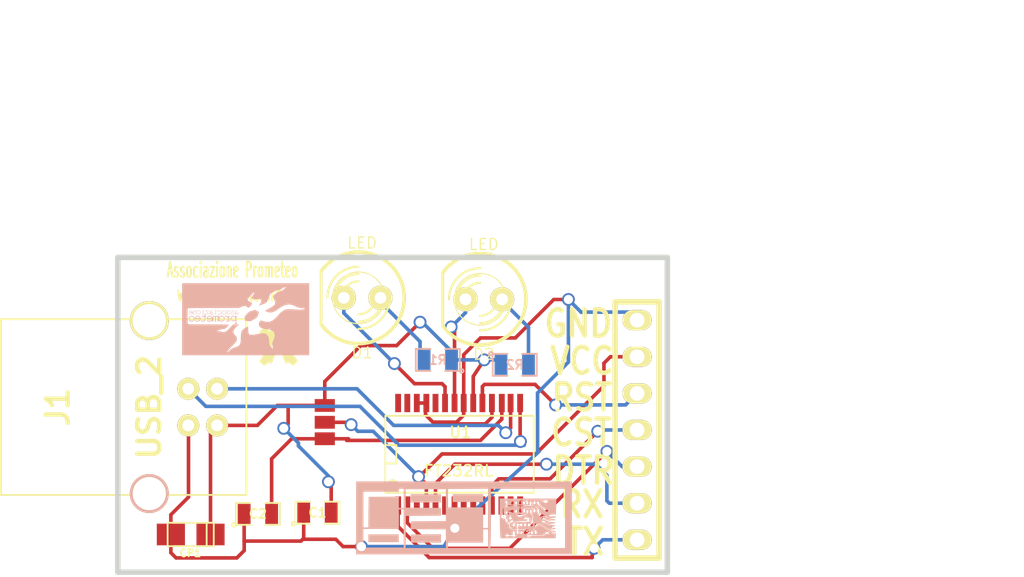
<source format=kicad_pcb>
(kicad_pcb (version 3) (host pcbnew "(2013-may-18)-stable")

  (general
    (links 30)
    (no_connects 0)
    (area 127.088899 77.81798 198.467982 117.157501)
    (thickness 1.6002)
    (drawings 15)
    (tracks 190)
    (zones 0)
    (modules 14)
    (nets 16)
  )

  (page A4)
  (title_block 
    (title OpenFTDI)
    (rev 1.2)
    (company "Associazione Prometeo")
    (comment 1 www.openlabto.org)
  )

  (layers
    (15 Fronte signal)
    (0 Retro signal)
    (16 B.Adhes user)
    (17 F.Adhes user)
    (18 B.Paste user)
    (19 F.Paste user)
    (20 B.SilkS user)
    (21 F.SilkS user)
    (22 B.Mask user)
    (23 F.Mask user)
    (24 Dwgs.User user)
    (25 Cmts.User user)
    (26 Eco1.User user)
    (27 Eco2.User user)
    (28 Edge.Cuts user)
  )

  (setup
    (last_trace_width 0.24892)
    (trace_clearance 0.254)
    (zone_clearance 0.508)
    (zone_45_only no)
    (trace_min 0.24892)
    (segment_width 0.381)
    (edge_width 0.381)
    (via_size 0.889)
    (via_drill 0.635)
    (via_min_size 0.889)
    (via_min_drill 0.508)
    (uvia_size 0.508)
    (uvia_drill 0.127)
    (uvias_allowed no)
    (uvia_min_size 0.508)
    (uvia_min_drill 0.127)
    (pcb_text_width 0.3048)
    (pcb_text_size 1.524 2.032)
    (mod_edge_width 0.381)
    (mod_text_size 1.524 1.524)
    (mod_text_width 0.3048)
    (pad_size 1.524 1.524)
    (pad_drill 0.8128)
    (pad_to_mask_clearance 0.254)
    (aux_axis_origin 0 0)
    (visible_elements FFFFFFBF)
    (pcbplotparams
      (layerselection 32769)
      (usegerberextensions false)
      (excludeedgelayer true)
      (linewidth 0.150000)
      (plotframeref false)
      (viasonmask false)
      (mode 1)
      (useauxorigin true)
      (hpglpennumber 1)
      (hpglpenspeed 20)
      (hpglpendiameter 15)
      (hpglpenoverlay 0)
      (psnegative false)
      (psa4output false)
      (plotreference true)
      (plotvalue true)
      (plotothertext false)
      (plotinvisibletext false)
      (padsonsilk true)
      (subtractmaskfromsilk true)
      (outputformat 1)
      (mirror false)
      (drillshape 0)
      (scaleselection 1)
      (outputdirectory /home/fox/prometeo/projects/OpenHardware/test/))
  )

  (net 0 "")
  (net 1 +3.3V)
  (net 2 +5V)
  (net 3 /CST)
  (net 4 /D+)
  (net 5 /D-)
  (net 6 /DTR)
  (net 7 /POWER)
  (net 8 /RST)
  (net 9 /RXD)
  (net 10 /RXLED)
  (net 11 /TXD)
  (net 12 /TXLED)
  (net 13 GND)
  (net 14 N-000005)
  (net 15 N-000006)

  (net_class Default "Questo è il gruppo di collegamenti predefinito"
    (clearance 0.254)
    (trace_width 0.24892)
    (via_dia 0.889)
    (via_drill 0.635)
    (uvia_dia 0.508)
    (uvia_drill 0.127)
    (add_net "")
    (add_net +3.3V)
    (add_net +5V)
    (add_net /CST)
    (add_net /D+)
    (add_net /D-)
    (add_net /DTR)
    (add_net /POWER)
    (add_net /RST)
    (add_net /RXD)
    (add_net /RXLED)
    (add_net /TXD)
    (add_net /TXLED)
    (add_net GND)
    (add_net N-000005)
    (add_net N-000006)
  )

  (module USB_B (layer Fronte) (tedit 48A935FA) (tstamp 5075ED3D)
    (at 137.6934 105.5116 270)
    (tags USB)
    (path /506A12F2)
    (fp_text reference J1 (at 0 6.35 270) (layer F.SilkS)
      (effects (font (size 1.524 1.524) (thickness 0.3048)))
    )
    (fp_text value USB_2 (at 0 0 270) (layer F.SilkS)
      (effects (font (size 1.524 1.524) (thickness 0.3048)))
    )
    (fp_line (start -6.096 10.287) (end 6.096 10.287) (layer F.SilkS) (width 0.127))
    (fp_line (start 6.096 10.287) (end 6.096 -6.731) (layer F.SilkS) (width 0.127))
    (fp_line (start 6.096 -6.731) (end -6.096 -6.731) (layer F.SilkS) (width 0.127))
    (fp_line (start -6.096 -6.731) (end -6.096 10.287) (layer F.SilkS) (width 0.127))
    (pad 1 thru_hole circle (at 1.27 -4.699 270) (size 1.524 1.524) (drill 0.8128)
      (layers *.Cu *.Mask F.SilkS)
      (net 2 +5V)
    )
    (pad 2 thru_hole circle (at -1.27 -4.699 270) (size 1.524 1.524) (drill 0.8128)
      (layers *.Cu *.Mask F.SilkS)
      (net 5 /D-)
    )
    (pad 3 thru_hole circle (at -1.27 -2.70002 270) (size 1.524 1.524) (drill 0.8128)
      (layers *.Cu *.Mask F.SilkS)
      (net 4 /D+)
    )
    (pad 4 thru_hole circle (at 1.27 -2.70002 270) (size 1.524 1.524) (drill 0.8128)
      (layers *.Cu *.Mask F.SilkS)
      (net 13 GND)
    )
    (pad 5 np_thru_hole circle (at 5.99948 0 270) (size 2.70002 2.70002) (drill 2.30124)
      (layers *.Cu *.SilkS *.Mask)
    )
    (pad 6 thru_hole circle (at -5.99948 0 270) (size 2.70002 2.70002) (drill 2.30124)
      (layers *.Cu *.Mask F.SilkS)
    )
    (model connectors/USB_type_B.wrl
      (at (xyz 0 0 0.001))
      (scale (xyz 0.3937 0.3937 0.3937))
      (rotate (xyz 0 0 0))
    )
  )

  (module SSOP28 (layer Fronte) (tedit 3D81AA31) (tstamp 5075ED3E)
    (at 159.13608 108.78566)
    (descr "SSOP 28 pins")
    (tags "CMS SSOP SMD")
    (path /506A1194)
    (attr smd)
    (fp_text reference U1 (at 0.127 -1.524) (layer F.SilkS)
      (effects (font (size 0.762 0.762) (thickness 0.127)))
    )
    (fp_text value FT232RL (at 0 1.143) (layer F.SilkS)
      (effects (font (size 0.762 0.762) (thickness 0.127)))
    )
    (fp_circle (center -4.572 2.159) (end -4.826 1.905) (layer F.SilkS) (width 0.127))
    (fp_line (start -5.08 -0.635) (end -4.318 -0.635) (layer F.SilkS) (width 0.127))
    (fp_line (start -4.318 -0.635) (end -4.318 0.635) (layer F.SilkS) (width 0.127))
    (fp_line (start -4.318 0.635) (end -5.08 0.635) (layer F.SilkS) (width 0.127))
    (fp_line (start 5.207 2.667) (end -5.08 2.667) (layer F.SilkS) (width 0.127))
    (fp_line (start -5.08 -2.667) (end 5.207 -2.667) (layer F.SilkS) (width 0.127))
    (fp_line (start -5.08 -2.667) (end -5.08 2.667) (layer F.SilkS) (width 0.127))
    (fp_line (start 5.207 -2.667) (end 5.207 2.667) (layer F.SilkS) (width 0.127))
    (pad 1 smd rect (at -4.191 3.556) (size 0.4064 1.27)
      (layers Fronte F.Paste F.Mask)
      (net 11 /TXD)
    )
    (pad 2 smd rect (at -3.556 3.556) (size 0.4064 1.27)
      (layers Fronte F.Paste F.Mask)
      (net 6 /DTR)
    )
    (pad 3 smd rect (at -2.8956 3.556) (size 0.4064 1.27)
      (layers Fronte F.Paste F.Mask)
    )
    (pad 4 smd rect (at -2.2352 3.556) (size 0.4064 1.27)
      (layers Fronte F.Paste F.Mask)
      (net 7 /POWER)
    )
    (pad 5 smd rect (at -1.6002 3.556) (size 0.4064 1.27)
      (layers Fronte F.Paste F.Mask)
      (net 9 /RXD)
    )
    (pad 6 smd rect (at -0.9398 3.556) (size 0.4064 1.27)
      (layers Fronte F.Paste F.Mask)
    )
    (pad 7 smd rect (at -0.2794 3.556) (size 0.4064 1.27)
      (layers Fronte F.Paste F.Mask)
      (net 13 GND)
    )
    (pad 8 smd rect (at 0.3556 3.556) (size 0.4064 1.27)
      (layers Fronte F.Paste F.Mask)
    )
    (pad 9 smd rect (at 1.016 3.556) (size 0.4064 1.27)
      (layers Fronte F.Paste F.Mask)
    )
    (pad 10 smd rect (at 1.651 3.556) (size 0.4064 1.27)
      (layers Fronte F.Paste F.Mask)
    )
    (pad 11 smd rect (at 2.3114 3.556) (size 0.4064 1.27)
      (layers Fronte F.Paste F.Mask)
      (net 3 /CST)
    )
    (pad 12 smd rect (at 2.9718 3.556) (size 0.4064 1.27)
      (layers Fronte F.Paste F.Mask)
    )
    (pad 13 smd rect (at 3.6068 3.556) (size 0.4064 1.27)
      (layers Fronte F.Paste F.Mask)
    )
    (pad 14 smd rect (at 4.2672 3.556) (size 0.4064 1.27)
      (layers Fronte F.Paste F.Mask)
    )
    (pad 15 smd rect (at 4.2672 -3.556) (size 0.4064 1.27)
      (layers Fronte F.Paste F.Mask)
      (net 4 /D+)
    )
    (pad 16 smd rect (at 3.6068 -3.556) (size 0.4064 1.27)
      (layers Fronte F.Paste F.Mask)
      (net 5 /D-)
    )
    (pad 17 smd rect (at 2.9972 -3.556) (size 0.4064 1.27)
      (layers Fronte F.Paste F.Mask)
      (net 1 +3.3V)
    )
    (pad 18 smd rect (at 2.3114 -3.556) (size 0.4064 1.27)
      (layers Fronte F.Paste F.Mask)
      (net 13 GND)
    )
    (pad 19 smd rect (at 1.651 -3.556) (size 0.4064 1.27)
      (layers Fronte F.Paste F.Mask)
      (net 8 /RST)
    )
    (pad 20 smd rect (at 1.016 -3.556) (size 0.4064 1.27)
      (layers Fronte F.Paste F.Mask)
      (net 2 +5V)
    )
    (pad 21 smd rect (at 0.3556 -3.556) (size 0.4064 1.27)
      (layers Fronte F.Paste F.Mask)
      (net 13 GND)
    )
    (pad 22 smd rect (at -0.2794 -3.556) (size 0.4064 1.27)
      (layers Fronte F.Paste F.Mask)
      (net 10 /RXLED)
    )
    (pad 23 smd rect (at -0.9398 -3.556) (size 0.4064 1.27)
      (layers Fronte F.Paste F.Mask)
      (net 12 /TXLED)
    )
    (pad 24 smd rect (at -1.6002 -3.556) (size 0.4064 1.27)
      (layers Fronte F.Paste F.Mask)
    )
    (pad 25 smd rect (at -2.2352 -3.556) (size 0.4064 1.27)
      (layers Fronte F.Paste F.Mask)
      (net 13 GND)
    )
    (pad 26 smd rect (at -2.8956 -3.556) (size 0.4064 1.27)
      (layers Fronte F.Paste F.Mask)
      (net 13 GND)
    )
    (pad 27 smd rect (at -3.556 -3.556) (size 0.4064 1.27)
      (layers Fronte F.Paste F.Mask)
    )
    (pad 28 smd rect (at -4.191 -3.556) (size 0.4064 1.27)
      (layers Fronte F.Paste F.Mask)
    )
    (model smd/cms_soj28.wrl
      (at (xyz 0 0 0))
      (scale (xyz 0.256 0.5 0.25))
      (rotate (xyz 0 0 0))
    )
  )

  (module SM0805 (layer Fronte) (tedit 42806E04) (tstamp 5075ED3F)
    (at 149.352 112.8395)
    (path /506A14A2)
    (attr smd)
    (fp_text reference C1 (at 0 0) (layer F.SilkS)
      (effects (font (size 0.635 0.635) (thickness 0.127)))
    )
    (fp_text value 0.1uF (at 0 0) (layer F.SilkS) hide
      (effects (font (size 0.635 0.635) (thickness 0.127)))
    )
    (fp_circle (center -1.651 0.762) (end -1.651 0.635) (layer F.SilkS) (width 0.127))
    (fp_line (start -0.508 0.762) (end -1.524 0.762) (layer F.SilkS) (width 0.127))
    (fp_line (start -1.524 0.762) (end -1.524 -0.762) (layer F.SilkS) (width 0.127))
    (fp_line (start -1.524 -0.762) (end -0.508 -0.762) (layer F.SilkS) (width 0.127))
    (fp_line (start 0.508 -0.762) (end 1.524 -0.762) (layer F.SilkS) (width 0.127))
    (fp_line (start 1.524 -0.762) (end 1.524 0.762) (layer F.SilkS) (width 0.127))
    (fp_line (start 1.524 0.762) (end 0.508 0.762) (layer F.SilkS) (width 0.127))
    (pad 1 smd rect (at -0.9525 0) (size 0.889 1.397)
      (layers Fronte F.Paste F.Mask)
      (net 13 GND)
    )
    (pad 2 smd rect (at 0.9525 0) (size 0.889 1.397)
      (layers Fronte F.Paste F.Mask)
      (net 2 +5V)
    )
    (model smd/chip_cms.wrl
      (at (xyz 0 0 0))
      (scale (xyz 0.1 0.1 0.1))
      (rotate (xyz 0 0 0))
    )
  )

  (module SM0805 (layer Fronte) (tedit 42806E04) (tstamp 5075ED41)
    (at 145.22196 112.92078)
    (path /506A15E1)
    (attr smd)
    (fp_text reference C2 (at 0 0) (layer F.SilkS)
      (effects (font (size 0.635 0.635) (thickness 0.127)))
    )
    (fp_text value 0.1uF (at 0 0) (layer F.SilkS) hide
      (effects (font (size 0.635 0.635) (thickness 0.127)))
    )
    (fp_circle (center -1.651 0.762) (end -1.651 0.635) (layer F.SilkS) (width 0.127))
    (fp_line (start -0.508 0.762) (end -1.524 0.762) (layer F.SilkS) (width 0.127))
    (fp_line (start -1.524 0.762) (end -1.524 -0.762) (layer F.SilkS) (width 0.127))
    (fp_line (start -1.524 -0.762) (end -0.508 -0.762) (layer F.SilkS) (width 0.127))
    (fp_line (start 0.508 -0.762) (end 1.524 -0.762) (layer F.SilkS) (width 0.127))
    (fp_line (start 1.524 -0.762) (end 1.524 0.762) (layer F.SilkS) (width 0.127))
    (fp_line (start 1.524 0.762) (end 0.508 0.762) (layer F.SilkS) (width 0.127))
    (pad 1 smd rect (at -0.9525 0) (size 0.889 1.397)
      (layers Fronte F.Paste F.Mask)
      (net 13 GND)
    )
    (pad 2 smd rect (at 0.9525 0) (size 0.889 1.397)
      (layers Fronte F.Paste F.Mask)
      (net 1 +3.3V)
    )
    (model smd/chip_cms.wrl
      (at (xyz 0 0 0))
      (scale (xyz 0.1 0.1 0.1))
      (rotate (xyz 0 0 0))
    )
  )

  (module SM0805 (layer Retro) (tedit 42806E04) (tstamp 5075ED45)
    (at 157.6959 102.235 180)
    (path /506C8713)
    (attr smd)
    (fp_text reference R1 (at 0 0 180) (layer B.SilkS)
      (effects (font (size 0.635 0.635) (thickness 0.127)) (justify mirror))
    )
    (fp_text value 270 (at 0 0 180) (layer B.SilkS) hide
      (effects (font (size 0.635 0.635) (thickness 0.127)) (justify mirror))
    )
    (fp_circle (center -1.651 -0.762) (end -1.651 -0.635) (layer B.SilkS) (width 0.127))
    (fp_line (start -0.508 -0.762) (end -1.524 -0.762) (layer B.SilkS) (width 0.127))
    (fp_line (start -1.524 -0.762) (end -1.524 0.762) (layer B.SilkS) (width 0.127))
    (fp_line (start -1.524 0.762) (end -0.508 0.762) (layer B.SilkS) (width 0.127))
    (fp_line (start 0.508 0.762) (end 1.524 0.762) (layer B.SilkS) (width 0.127))
    (fp_line (start 1.524 0.762) (end 1.524 -0.762) (layer B.SilkS) (width 0.127))
    (fp_line (start 1.524 -0.762) (end 0.508 -0.762) (layer B.SilkS) (width 0.127))
    (pad 1 smd rect (at -0.9525 0 180) (size 0.889 1.397)
      (layers Retro B.Paste B.Mask)
      (net 2 +5V)
    )
    (pad 2 smd rect (at 0.9525 0 180) (size 0.889 1.397)
      (layers Retro B.Paste B.Mask)
      (net 14 N-000005)
    )
    (model smd/chip_cms.wrl
      (at (xyz 0 0 0))
      (scale (xyz 0.1 0.1 0.1))
      (rotate (xyz 0 0 0))
    )
  )

  (module SM0805 (layer Retro) (tedit 42806E04) (tstamp 5075ED47)
    (at 163.0299 102.5779)
    (path /506C871A)
    (attr smd)
    (fp_text reference R2 (at 0 0) (layer B.SilkS)
      (effects (font (size 0.635 0.635) (thickness 0.127)) (justify mirror))
    )
    (fp_text value 270 (at 0 0) (layer B.SilkS) hide
      (effects (font (size 0.635 0.635) (thickness 0.127)) (justify mirror))
    )
    (fp_circle (center -1.651 -0.762) (end -1.651 -0.635) (layer B.SilkS) (width 0.127))
    (fp_line (start -0.508 -0.762) (end -1.524 -0.762) (layer B.SilkS) (width 0.127))
    (fp_line (start -1.524 -0.762) (end -1.524 0.762) (layer B.SilkS) (width 0.127))
    (fp_line (start -1.524 0.762) (end -0.508 0.762) (layer B.SilkS) (width 0.127))
    (fp_line (start 0.508 0.762) (end 1.524 0.762) (layer B.SilkS) (width 0.127))
    (fp_line (start 1.524 0.762) (end 1.524 -0.762) (layer B.SilkS) (width 0.127))
    (fp_line (start 1.524 -0.762) (end 0.508 -0.762) (layer B.SilkS) (width 0.127))
    (pad 1 smd rect (at -0.9525 0) (size 0.889 1.397)
      (layers Retro B.Paste B.Mask)
      (net 2 +5V)
    )
    (pad 2 smd rect (at 0.9525 0) (size 0.889 1.397)
      (layers Retro B.Paste B.Mask)
      (net 15 N-000006)
    )
    (model smd/chip_cms.wrl
      (at (xyz 0 0 0))
      (scale (xyz 0.1 0.1 0.1))
      (rotate (xyz 0 0 0))
    )
  )

  (module LED-5MM (layer Fronte) (tedit 49BFA269) (tstamp 5075ED48)
    (at 152.4508 97.9297 180)
    (descr "LED 5mm - Lead pitch 100mil (2,54mm)")
    (tags "LED led 5mm 5MM 100mil 2,54mm")
    (path /506C86AA)
    (fp_text reference D1 (at 0 -3.81 180) (layer F.SilkS)
      (effects (font (size 0.762 0.762) (thickness 0.0889)))
    )
    (fp_text value LED (at 0 3.81 180) (layer F.SilkS)
      (effects (font (size 0.762 0.762) (thickness 0.0889)))
    )
    (fp_line (start 2.8448 1.905) (end 2.8448 -1.905) (layer F.SilkS) (width 0.2032))
    (fp_circle (center 0.254 0) (end -1.016 1.27) (layer F.SilkS) (width 0.0762))
    (fp_arc (start 0.254 0) (end 2.794 1.905) (angle 286.2) (layer F.SilkS) (width 0.254))
    (fp_arc (start 0.254 0) (end -0.889 0) (angle 90) (layer F.SilkS) (width 0.1524))
    (fp_arc (start 0.254 0) (end 1.397 0) (angle 90) (layer F.SilkS) (width 0.1524))
    (fp_arc (start 0.254 0) (end -1.397 0) (angle 90) (layer F.SilkS) (width 0.1524))
    (fp_arc (start 0.254 0) (end 1.905 0) (angle 90) (layer F.SilkS) (width 0.1524))
    (fp_arc (start 0.254 0) (end -1.905 0) (angle 90) (layer F.SilkS) (width 0.1524))
    (fp_arc (start 0.254 0) (end 2.413 0) (angle 90) (layer F.SilkS) (width 0.1524))
    (pad 1 thru_hole circle (at -1.27 0 180) (size 1.6764 1.6764) (drill 0.8128)
      (layers *.Cu F.Paste F.SilkS F.Mask)
      (net 14 N-000005)
    )
    (pad 2 thru_hole circle (at 1.27 0 180) (size 1.6764 1.6764) (drill 0.8128)
      (layers *.Cu F.Paste F.SilkS F.Mask)
      (net 12 /TXLED)
    )
    (model discret/leds/led5_vertical_verde.wrl
      (at (xyz 0 0 0))
      (scale (xyz 1 1 1))
      (rotate (xyz 0 0 0))
    )
  )

  (module LED-5MM (layer Fronte) (tedit 49BFA269) (tstamp 5075ED4A)
    (at 160.8836 98.0313 180)
    (descr "LED 5mm - Lead pitch 100mil (2,54mm)")
    (tags "LED led 5mm 5MM 100mil 2,54mm")
    (path /506C86DE)
    (fp_text reference D2 (at 0 -3.81 180) (layer F.SilkS)
      (effects (font (size 0.762 0.762) (thickness 0.0889)))
    )
    (fp_text value LED (at 0 3.81 180) (layer F.SilkS)
      (effects (font (size 0.762 0.762) (thickness 0.0889)))
    )
    (fp_line (start 2.8448 1.905) (end 2.8448 -1.905) (layer F.SilkS) (width 0.2032))
    (fp_circle (center 0.254 0) (end -1.016 1.27) (layer F.SilkS) (width 0.0762))
    (fp_arc (start 0.254 0) (end 2.794 1.905) (angle 286.2) (layer F.SilkS) (width 0.254))
    (fp_arc (start 0.254 0) (end -0.889 0) (angle 90) (layer F.SilkS) (width 0.1524))
    (fp_arc (start 0.254 0) (end 1.397 0) (angle 90) (layer F.SilkS) (width 0.1524))
    (fp_arc (start 0.254 0) (end -1.397 0) (angle 90) (layer F.SilkS) (width 0.1524))
    (fp_arc (start 0.254 0) (end 1.905 0) (angle 90) (layer F.SilkS) (width 0.1524))
    (fp_arc (start 0.254 0) (end -1.905 0) (angle 90) (layer F.SilkS) (width 0.1524))
    (fp_arc (start 0.254 0) (end 2.413 0) (angle 90) (layer F.SilkS) (width 0.1524))
    (pad 1 thru_hole circle (at -1.27 0 180) (size 1.6764 1.6764) (drill 0.8128)
      (layers *.Cu F.Paste F.SilkS F.Mask)
      (net 15 N-000006)
    )
    (pad 2 thru_hole circle (at 1.27 0 180) (size 1.6764 1.6764) (drill 0.8128)
      (layers *.Cu F.Paste F.SilkS F.Mask)
      (net 10 /RXLED)
    )
    (model discret/leds/led5_vertical_verde.wrl
      (at (xyz 0 0 0))
      (scale (xyz 1 1 1))
      (rotate (xyz 0 0 0))
    )
  )

  (module JUMP_2_WITH_PASTE_2 (layer Fronte) (tedit 4D476B3B) (tstamp 5075ED4B)
    (at 149.86 106.8197)
    (path /51029E01)
    (fp_text reference SW1 (at 0 -2.79908) (layer F.SilkS) hide
      (effects (font (size 0.50038 0.50038) (thickness 0.10414)))
    )
    (fp_text value SWITCH_PAD (at 0 2.286) (layer F.SilkS) hide
      (effects (font (size 0.50038 0.50038) (thickness 0.09906)))
    )
    (pad 1 smd rect (at 0 -0.254) (size 1.397 0.889)
      (layers Fronte F.Paste F.Mask)
      (net 7 /POWER)
    )
    (pad 2 smd rect (at 0 -1.4224) (size 1.397 0.889)
      (layers Fronte F.Paste F.Mask)
      (net 2 +5V)
    )
    (pad 3 smd rect (at 0 0.889) (size 1.397 0.889)
      (layers Fronte F.Paste F.Mask)
      (net 1 +3.3V)
    )
    (pad "" smd rect (at 0 -0.8001 90) (size 1.397 1.00076)
      (layers F.Paste)
    )
  )

  (module CONN_7_100MIL_OVAL (layer Fronte) (tedit 4D46AE09) (tstamp 5075F676)
    (at 171.5135 107.0991 270)
    (descr "Connecteur 4 pibs")
    (tags "CONN DEV")
    (path /5075EA9B)
    (fp_text reference P1 (at 0 2.54 270) (layer F.SilkS) hide
      (effects (font (size 0.508 0.508) (thickness 0.127)))
    )
    (fp_text value CONN_7 (at 0 -2.54 270) (layer F.SilkS) hide
      (effects (font (size 1.524 1.016) (thickness 0.254)))
    )
    (fp_line (start 0 -1.524) (end 8.89 -1.524) (layer F.SilkS) (width 0.381))
    (fp_line (start 8.89 -1.524) (end 8.89 1.524) (layer F.SilkS) (width 0.381))
    (fp_line (start 8.89 1.524) (end -8.89 1.524) (layer F.SilkS) (width 0.381))
    (fp_line (start -8.89 1.524) (end -8.89 -1.524) (layer F.SilkS) (width 0.381))
    (fp_line (start -8.89 -1.524) (end 0 -1.524) (layer F.SilkS) (width 0.381))
    (pad 2 thru_hole oval (at -5.08 0 270) (size 1.397 2.032) (drill 1.016)
      (layers *.Cu *.Mask F.SilkS)
      (net 7 /POWER)
    )
    (pad 3 thru_hole oval (at -2.54 0 270) (size 1.397 2.032) (drill 1.016)
      (layers *.Cu *.Mask F.SilkS)
      (net 8 /RST)
    )
    (pad 4 thru_hole oval (at 0 0 270) (size 1.397 2.032) (drill 1.016)
      (layers *.Cu *.Mask F.SilkS)
      (net 3 /CST)
    )
    (pad 5 thru_hole oval (at 2.54 0 270) (size 1.397 2.032) (drill 1.016)
      (layers *.Cu *.Mask F.SilkS)
      (net 6 /DTR)
    )
    (pad 6 thru_hole oval (at 5.08 0 270) (size 1.397 2.032) (drill 1.016)
      (layers *.Cu *.Mask F.SilkS)
      (net 9 /RXD)
    )
    (pad 1 thru_hole oval (at -7.62 0 270) (size 1.397 2.032) (drill 1.016)
      (layers *.Cu *.Mask F.SilkS)
      (net 13 GND)
    )
    (pad 7 thru_hole oval (at 7.62 0 270) (size 1.397 2.032) (drill 1.016)
      (layers *.Cu *.Mask F.SilkS)
      (net 11 /TXD)
    )
  )

  (module c_tant_A (layer Fronte) (tedit 49F4C96B) (tstamp 5075ED43)
    (at 140.5636 114.3508 180)
    (descr "SMT capacitor, tantalum size A")
    (path /506A14D2)
    (fp_text reference CP1 (at 0.0254 -1.2954 180) (layer F.SilkS)
      (effects (font (size 0.50038 0.50038) (thickness 0.11938)))
    )
    (fp_text value 10uF (at 0 1.27 180) (layer F.SilkS) hide
      (effects (font (size 0.50038 0.50038) (thickness 0.11938)))
    )
    (fp_line (start -1.10744 0.8128) (end -1.10744 -0.8128) (layer F.SilkS) (width 0.127))
    (fp_line (start -1.6002 -0.8128) (end -1.6002 0.8128) (layer F.SilkS) (width 0.127))
    (fp_line (start -1.6002 0.8128) (end 1.6002 0.8128) (layer F.SilkS) (width 0.127))
    (fp_line (start 1.6002 0.8128) (end 1.6002 -0.8128) (layer F.SilkS) (width 0.127))
    (fp_line (start 1.6002 -0.8128) (end -1.6002 -0.8128) (layer F.SilkS) (width 0.127))
    (pad 2 smd rect (at 1.37414 0 180) (size 1.95072 1.50114)
      (layers Fronte F.Paste F.Mask)
      (net 13 GND)
    )
    (pad 1 smd rect (at -1.37414 0 180) (size 1.95072 1.50114)
      (layers Fronte F.Paste F.Mask)
      (net 2 +5V)
    )
    (model walter/smd_cap/c_tant_A.wrl
      (at (xyz 0 0 0))
      (scale (xyz 1 1 1))
      (rotate (xyz 0 0 0))
    )
  )

  (module OSHW (layer Fronte) (tedit 0) (tstamp 5102A02F)
    (at 146.6596 101.1428)
    (path OSHW)
    (fp_text reference G*** (at 0 1.77038) (layer F.SilkS) hide
      (effects (font (size 0.1524 0.1524) (thickness 0.03048)))
    )
    (fp_text value OSHW (at 0 -1.77038) (layer F.SilkS) hide
      (effects (font (size 0.1524 0.1524) (thickness 0.03048)))
    )
    (fp_poly (pts (xy -1.01092 1.4986) (xy -0.99314 1.48844) (xy -0.95504 1.46558) (xy -0.89916 1.42748)
      (xy -0.83312 1.3843) (xy -0.76708 1.33858) (xy -0.7112 1.30302) (xy -0.6731 1.27762)
      (xy -0.65786 1.27) (xy -0.65024 1.27254) (xy -0.61722 1.28778) (xy -0.57404 1.31064)
      (xy -0.5461 1.32588) (xy -0.50546 1.34366) (xy -0.4826 1.3462) (xy -0.48006 1.34112)
      (xy -0.46482 1.31064) (xy -0.44196 1.25476) (xy -0.40894 1.18364) (xy -0.37338 1.09728)
      (xy -0.33528 1.00584) (xy -0.29464 0.9144) (xy -0.25908 0.8255) (xy -0.22606 0.74422)
      (xy -0.20066 0.67818) (xy -0.18288 0.635) (xy -0.17526 0.61468) (xy -0.1778 0.6096)
      (xy -0.19812 0.58928) (xy -0.23622 0.56388) (xy -0.31496 0.49784) (xy -0.3937 0.40132)
      (xy -0.43942 0.2921) (xy -0.4572 0.16764) (xy -0.44196 0.05334) (xy -0.39878 -0.05334)
      (xy -0.32258 -0.1524) (xy -0.2286 -0.22606) (xy -0.12192 -0.27178) (xy 0 -0.28702)
      (xy 0.1143 -0.27432) (xy 0.22606 -0.2286) (xy 0.32512 -0.15494) (xy 0.3683 -0.10668)
      (xy 0.42418 -0.00762) (xy 0.4572 0.09906) (xy 0.45974 0.127) (xy 0.45466 0.24384)
      (xy 0.42164 0.3556) (xy 0.35814 0.45466) (xy 0.27432 0.53848) (xy 0.26162 0.5461)
      (xy 0.22352 0.57658) (xy 0.19558 0.5969) (xy 0.17526 0.61214) (xy 0.32512 0.97282)
      (xy 0.34798 1.0287) (xy 0.38862 1.12776) (xy 0.42418 1.21158) (xy 0.45466 1.28016)
      (xy 0.47498 1.32588) (xy 0.4826 1.34366) (xy 0.4826 1.34366) (xy 0.49784 1.3462)
      (xy 0.52324 1.33604) (xy 0.57404 1.31318) (xy 0.60706 1.2954) (xy 0.64516 1.27762)
      (xy 0.66294 1.27) (xy 0.67818 1.27762) (xy 0.71374 1.30048) (xy 0.76708 1.33604)
      (xy 0.83312 1.38176) (xy 0.89408 1.4224) (xy 0.94996 1.4605) (xy 0.9906 1.4859)
      (xy 1.01092 1.49606) (xy 1.01346 1.49606) (xy 1.03124 1.4859) (xy 1.06426 1.4605)
      (xy 1.11252 1.41478) (xy 1.1811 1.3462) (xy 1.19126 1.3335) (xy 1.24968 1.27762)
      (xy 1.2954 1.22936) (xy 1.32588 1.1938) (xy 1.33858 1.17856) (xy 1.33858 1.17856)
      (xy 1.32842 1.15824) (xy 1.30048 1.1176) (xy 1.26492 1.05918) (xy 1.2192 0.99314)
      (xy 1.09982 0.82042) (xy 1.16586 0.65786) (xy 1.18618 0.60706) (xy 1.21158 0.5461)
      (xy 1.22936 0.50292) (xy 1.23952 0.48514) (xy 1.2573 0.47752) (xy 1.30048 0.46736)
      (xy 1.36652 0.45466) (xy 1.44272 0.43942) (xy 1.51638 0.42672) (xy 1.58242 0.41402)
      (xy 1.63068 0.40386) (xy 1.65354 0.40132) (xy 1.65862 0.39624) (xy 1.6637 0.38608)
      (xy 1.66624 0.36322) (xy 1.66624 0.32258) (xy 1.66878 0.25908) (xy 1.66878 0.16764)
      (xy 1.66878 0.15748) (xy 1.66624 0.07112) (xy 1.66624 0) (xy 1.6637 -0.04318)
      (xy 1.66116 -0.06096) (xy 1.66116 -0.06096) (xy 1.6383 -0.06604) (xy 1.59258 -0.0762)
      (xy 1.52654 -0.0889) (xy 1.4478 -0.10414) (xy 1.44272 -0.10668) (xy 1.36398 -0.12192)
      (xy 1.2954 -0.13462) (xy 1.24968 -0.14478) (xy 1.2319 -0.1524) (xy 1.22682 -0.15748)
      (xy 1.21158 -0.18796) (xy 1.18872 -0.23622) (xy 1.16078 -0.29718) (xy 1.13538 -0.35814)
      (xy 1.11506 -0.41402) (xy 1.09982 -0.4572) (xy 1.09474 -0.47498) (xy 1.09474 -0.47498)
      (xy 1.10744 -0.4953) (xy 1.13284 -0.53594) (xy 1.17094 -0.59182) (xy 1.2192 -0.6604)
      (xy 1.22174 -0.66548) (xy 1.26746 -0.73152) (xy 1.30302 -0.7874) (xy 1.32842 -0.82804)
      (xy 1.33858 -0.84582) (xy 1.33604 -0.84836) (xy 1.32334 -0.86614) (xy 1.28778 -0.90424)
      (xy 1.23952 -0.95504) (xy 1.1811 -1.016) (xy 1.16332 -1.03378) (xy 1.09728 -1.09728)
      (xy 1.05156 -1.13792) (xy 1.02362 -1.16078) (xy 1.01092 -1.16586) (xy 1.01092 -1.16586)
      (xy 0.9906 -1.15316) (xy 0.94742 -1.12522) (xy 0.89154 -1.08712) (xy 0.82296 -1.0414)
      (xy 0.81788 -1.03632) (xy 0.75184 -0.9906) (xy 0.69596 -0.95504) (xy 0.65786 -0.9271)
      (xy 0.64008 -0.91694) (xy 0.63754 -0.91694) (xy 0.6096 -0.92456) (xy 0.56134 -0.94234)
      (xy 0.50292 -0.9652) (xy 0.44196 -0.9906) (xy 0.38608 -1.01346) (xy 0.3429 -1.03124)
      (xy 0.32512 -1.04394) (xy 0.32258 -1.04394) (xy 0.3175 -1.06934) (xy 0.3048 -1.1176)
      (xy 0.28956 -1.18618) (xy 0.27432 -1.27) (xy 0.27178 -1.2827) (xy 0.25654 -1.36144)
      (xy 0.24384 -1.42748) (xy 0.23622 -1.4732) (xy 0.23114 -1.49098) (xy 0.21844 -1.49352)
      (xy 0.18034 -1.49606) (xy 0.12192 -1.4986) (xy 0.0508 -1.4986) (xy -0.0254 -1.4986)
      (xy -0.09906 -1.49606) (xy -0.16002 -1.49606) (xy -0.20574 -1.49098) (xy -0.22606 -1.48844)
      (xy -0.22606 -1.4859) (xy -0.23368 -1.46304) (xy -0.24384 -1.41224) (xy -0.25654 -1.34366)
      (xy -0.27432 -1.26238) (xy -0.27686 -1.24714) (xy -0.2921 -1.1684) (xy -0.3048 -1.10236)
      (xy -0.31496 -1.05664) (xy -0.32004 -1.03886) (xy -0.32512 -1.03632) (xy -0.35814 -1.02108)
      (xy -0.41148 -1.00076) (xy -0.47752 -0.97282) (xy -0.62992 -0.91186) (xy -0.81788 -1.03886)
      (xy -0.83566 -1.05156) (xy -0.9017 -1.09728) (xy -0.95758 -1.13538) (xy -0.99568 -1.15824)
      (xy -1.01346 -1.1684) (xy -1.01346 -1.1684) (xy -1.03378 -1.15062) (xy -1.06934 -1.1176)
      (xy -1.12014 -1.0668) (xy -1.17856 -1.00838) (xy -1.22428 -0.9652) (xy -1.27508 -0.91186)
      (xy -1.3081 -0.8763) (xy -1.32588 -0.85344) (xy -1.33096 -0.84074) (xy -1.33096 -0.83058)
      (xy -1.31826 -0.8128) (xy -1.29032 -0.76962) (xy -1.25222 -0.71374) (xy -1.2065 -0.6477)
      (xy -1.1684 -0.59182) (xy -1.12776 -0.52832) (xy -1.10236 -0.48514) (xy -1.0922 -0.46228)
      (xy -1.09474 -0.45212) (xy -1.10744 -0.41656) (xy -1.1303 -0.36068) (xy -1.15824 -0.29464)
      (xy -1.22428 -0.14732) (xy -1.3208 -0.127) (xy -1.37922 -0.11684) (xy -1.46304 -0.1016)
      (xy -1.54178 -0.08636) (xy -1.6637 -0.06096) (xy -1.66878 0.38862) (xy -1.64846 0.39624)
      (xy -1.63068 0.40132) (xy -1.58496 0.41148) (xy -1.52146 0.42418) (xy -1.44272 0.43942)
      (xy -1.37922 0.45212) (xy -1.31318 0.46482) (xy -1.26492 0.47244) (xy -1.2446 0.47752)
      (xy -1.23952 0.48514) (xy -1.22174 0.51562) (xy -1.19888 0.56642) (xy -1.17348 0.62738)
      (xy -1.14554 0.69088) (xy -1.12268 0.7493) (xy -1.10744 0.79502) (xy -1.09982 0.81788)
      (xy -1.10998 0.83566) (xy -1.13538 0.87376) (xy -1.17094 0.92964) (xy -1.21666 0.99568)
      (xy -1.25984 1.05918) (xy -1.29794 1.1176) (xy -1.32334 1.1557) (xy -1.33604 1.17602)
      (xy -1.33096 1.18872) (xy -1.30302 1.2192) (xy -1.25476 1.27) (xy -1.1811 1.34366)
      (xy -1.1684 1.35382) (xy -1.10998 1.41224) (xy -1.06172 1.45796) (xy -1.02616 1.48844)
      (xy -1.01092 1.4986)) (layer F.SilkS) (width 0.00254))
  )

  (module OpenLab_reversed_5mm (layer Retro) (tedit 0) (tstamp 5102A05D)
    (at 159.512 113.1824)
    (path OpenLab_reversed_5mm)
    (fp_text reference G*** (at 0 -2.82194) (layer B.SilkS) hide
      (effects (font (size 0.61214 0.61214) (thickness 0.12192)) (justify mirror))
    )
    (fp_text value LOGO (at 0 2.82194) (layer B.SilkS) hide
      (effects (font (size 0.61214 0.61214) (thickness 0.12192)) (justify mirror))
    )
    (fp_poly (pts (xy 7.4803 2.55016) (xy 7.00532 2.55016) (xy 7.00532 2.1082) (xy 7.00532 0.0508)
      (xy 7.00532 -2.00406) (xy 4.43738 -2.00406) (xy 1.86944 -2.00406) (xy 1.86944 -0.3302)
      (xy 1.86944 0.01524) (xy 1.8669 0.35306) (xy 1.86436 0.6731) (xy 1.86182 0.97028)
      (xy 1.85928 1.2319) (xy 1.8542 1.45288) (xy 1.85166 1.62052) (xy 1.84658 1.72466)
      (xy 1.82626 2.1082) (xy 4.41452 2.1082) (xy 7.00532 2.1082) (xy 7.00532 2.55016)
      (xy 1.66624 2.55016) (xy 1.66624 2.1082) (xy 1.66624 1.46304) (xy 1.66624 0.81534)
      (xy 1.66624 0.71374) (xy 1.66624 -0.64516) (xy 1.66624 -2.0066) (xy 0.2794 -1.99644)
      (xy -1.1049 -1.98882) (xy -1.11506 -1.35128) (xy -1.12268 -0.71374) (xy 0.09906 -0.71374)
      (xy 1.32588 -0.71374) (xy 1.32588 0) (xy 1.32588 0.71374) (xy 1.49606 0.71374)
      (xy 1.66624 0.71374) (xy 1.66624 0.81534) (xy 1.49606 0.81534) (xy 1.32588 0.81534)
      (xy 1.32588 1.27508) (xy 1.32588 1.73228) (xy 0.1016 1.73228) (xy -1.12014 1.73228)
      (xy -1.12014 1.92024) (xy -1.12014 2.1082) (xy 0.27178 2.1082) (xy 1.66624 2.1082)
      (xy 1.66624 2.55016) (xy 0 2.55016) (xy -1.2573 2.55016) (xy -1.2573 2.1082)
      (xy -1.2573 1.46304) (xy -1.2573 0.81534) (xy -2.47396 0.80772) (xy -3.69062 0.79756)
      (xy -3.69062 0.52578) (xy -3.69062 0.254) (xy -2.47396 0.24384) (xy -1.2573 0.23622)
      (xy -1.2573 -0.86614) (xy -1.2573 -1.97104) (xy -2.65176 -1.97104) (xy -4.04876 -1.97104)
      (xy -4.0386 -1.3335) (xy -4.02844 -0.69596) (xy -2.81178 -0.6858) (xy -1.59766 -0.67818)
      (xy -1.59766 -0.4064) (xy -1.59766 -0.13462) (xy -2.81178 -0.127) (xy -4.02844 -0.11684)
      (xy -4.0386 0.99314) (xy -4.04876 2.1082) (xy -2.65176 2.1082) (xy -1.2573 2.1082)
      (xy -1.2573 2.55016) (xy -4.18338 2.55016) (xy -4.18338 2.07518) (xy -4.18338 0.74676)
      (xy -4.18338 -0.57658) (xy -4.18338 -0.67818) (xy -4.18338 -1.34112) (xy -4.18338 -2.00406)
      (xy -4.35356 -2.00406) (xy -4.45262 -2.00406) (xy -4.50342 -1.98882) (xy -4.5212 -1.95326)
      (xy -4.5212 -1.90246) (xy -4.5212 -1.80086) (xy -5.74548 -1.80086) (xy -6.9723 -1.80086)
      (xy -6.9723 -0.5588) (xy -6.9723 0.67818) (xy -6.80212 0.67818) (xy -6.63194 0.67818)
      (xy -6.62432 -0.381) (xy -6.61416 -1.44272) (xy -5.56768 -1.45288) (xy -4.52374 -1.46304)
      (xy -4.5212 -1.06934) (xy -4.5212 -0.67818) (xy -4.35356 -0.67818) (xy -4.18338 -0.67818)
      (xy -4.18338 -0.57658) (xy -4.35356 -0.57658) (xy -4.5212 -0.57658) (xy -4.5212 0.1016)
      (xy -4.5212 0.78232) (xy -5.74548 0.78232) (xy -6.9723 0.78232) (xy -6.9723 1.42748)
      (xy -6.9723 2.07518) (xy -5.57784 2.07518) (xy -4.18338 2.07518) (xy -4.18338 2.55016)
      (xy -7.4803 2.55016) (xy -7.4803 0.01524) (xy -7.4803 -2.5146) (xy 0 -2.5146)
      (xy 7.4803 -2.5146) (xy 7.4803 0.01524) (xy 7.4803 2.55016) (xy 7.4803 2.55016)) (layer B.SilkS) (width 0.00254))
    (fp_poly (pts (xy -1.59766 1.73228) (xy -2.63144 1.73228) (xy -3.66776 1.73228) (xy -3.67792 1.47828)
      (xy -3.683 1.34874) (xy -3.683 1.24714) (xy -3.68046 1.19126) (xy -3.67792 1.18872)
      (xy -3.64236 1.17856) (xy -3.54076 1.17094) (xy -3.38074 1.16332) (xy -3.16484 1.15824)
      (xy -2.89814 1.1557) (xy -2.63144 1.1557) (xy -1.59766 1.1557) (xy -1.59766 1.44526)
      (xy -1.59766 1.73228) (xy -1.59766 1.73228)) (layer B.SilkS) (width 0.00254))
    (fp_poly (pts (xy -1.59766 -1.05156) (xy -3.70586 -1.05156) (xy -3.70586 -1.63068) (xy -1.59766 -1.63068)
      (xy -1.59766 -1.05156) (xy -1.59766 -1.05156)) (layer B.SilkS) (width 0.00254))
    (fp_poly (pts (xy 6.39572 -1.32588) (xy 6.38556 -0.77216) (xy 6.3754 -0.21844) (xy 6.16204 -0.21844)
      (xy 6.00964 -0.20574) (xy 5.9182 -0.1778) (xy 5.88772 -0.13208) (xy 5.90042 -0.09906)
      (xy 5.94868 -0.0762) (xy 6.05536 -0.0762) (xy 6.10108 -0.08128) (xy 6.23062 -0.09144)
      (xy 6.32714 -0.08128) (xy 6.3754 -0.05842) (xy 6.3754 -0.03302) (xy 6.3373 -0.01524)
      (xy 6.2484 0) (xy 6.12902 0.01524) (xy 6.1214 0.01524) (xy 5.8801 0.04064)
      (xy 5.8801 0.04064) (xy 5.91312 0.0508) (xy 6.07314 0.08128) (xy 6.096 0.08382)
      (xy 6.22046 0.10414) (xy 6.3119 0.127) (xy 6.35762 0.14732) (xy 6.36016 0.1524)
      (xy 6.32714 0.17018) (xy 6.24586 0.18034) (xy 6.14172 0.18542) (xy 6.02488 0.1905)
      (xy 5.93598 0.19812) (xy 5.89788 0.21082) (xy 5.8801 0.21082) (xy 5.8801 0.04064)
      (xy 5.83184 0.00762) (xy 5.83184 -0.44196) (xy 5.83184 -0.48514) (xy 5.80644 -0.53594)
      (xy 5.79882 -0.54356) (xy 5.79882 -1.12014) (xy 5.78358 -1.18618) (xy 5.7277 -1.21412)
      (xy 5.69976 -1.21666) (xy 5.61594 -1.21412) (xy 5.56514 -1.19126) (xy 5.50164 -1.16078)
      (xy 5.4229 -1.15824) (xy 5.36194 -1.1811) (xy 5.35686 -1.18872) (xy 5.30606 -1.22174)
      (xy 5.2959 -1.22428) (xy 5.2832 -1.21158) (xy 5.31368 -1.1811) (xy 5.36448 -1.14808)
      (xy 5.42036 -1.12522) (xy 5.44576 -1.12268) (xy 5.5118 -1.09728) (xy 5.54482 -1.06934)
      (xy 5.61594 -1.03124) (xy 5.69214 -1.02616) (xy 5.76834 -1.04394) (xy 5.79628 -1.08712)
      (xy 5.79882 -1.12014) (xy 5.79882 -0.54356) (xy 5.77342 -0.56642) (xy 5.75564 -0.56134)
      (xy 5.71246 -0.56388) (xy 5.62864 -0.60452) (xy 5.5118 -0.6731) (xy 5.3721 -0.76708)
      (xy 5.3721 -0.76708) (xy 5.27812 -0.84074) (xy 5.22986 -0.89662) (xy 5.21462 -0.96012)
      (xy 5.21462 -0.99314) (xy 5.20954 -1.07442) (xy 5.17398 -1.10744) (xy 5.1435 -1.11506)
      (xy 5.08762 -1.10998) (xy 5.0673 -1.0668) (xy 5.0673 -1.0287) (xy 5.07492 -0.97536)
      (xy 5.1054 -0.92456) (xy 5.17144 -0.86106) (xy 5.28066 -0.77978) (xy 5.32638 -0.74676)
      (xy 5.44322 -0.65786) (xy 5.53974 -0.5715) (xy 5.6007 -0.50546) (xy 5.6134 -0.48514)
      (xy 5.6642 -0.42926) (xy 5.73786 -0.40386) (xy 5.80898 -0.4191) (xy 5.83184 -0.44196)
      (xy 5.83184 0.00762) (xy 5.64642 -0.1143) (xy 5.47878 -0.21336) (xy 5.35178 -0.26416)
      (xy 5.30606 -0.26924) (xy 5.23494 -0.27432) (xy 5.21208 -0.30226) (xy 5.2197 -0.37338)
      (xy 5.22224 -0.38862) (xy 5.21208 -0.51308) (xy 5.14858 -0.635) (xy 5.04444 -0.73914)
      (xy 4.98602 -0.7747) (xy 4.98602 -1.21158) (xy 4.98094 -1.22428) (xy 4.92252 -1.19634)
      (xy 4.85902 -1.1303) (xy 4.80822 -1.05156) (xy 4.79552 -0.99568) (xy 4.81076 -0.93472)
      (xy 4.86918 -0.91694) (xy 4.87934 -0.91694) (xy 4.94538 -0.93218) (xy 4.96316 -0.98552)
      (xy 4.9657 -1.00076) (xy 4.95046 -1.07442) (xy 4.92506 -1.10744) (xy 4.91236 -1.14046)
      (xy 4.94792 -1.17856) (xy 4.98602 -1.21158) (xy 4.98602 -0.7747) (xy 4.91236 -0.81534)
      (xy 4.76504 -0.84836) (xy 4.74218 -0.84836) (xy 4.6609 -0.85344) (xy 4.63804 -0.86868)
      (xy 4.65074 -0.889) (xy 4.68122 -0.9525) (xy 4.69138 -1.02616) (xy 4.67868 -1.09728)
      (xy 4.6355 -1.12014) (xy 4.62534 -1.12014) (xy 4.56692 -1.0922) (xy 4.5339 -1.0287)
      (xy 4.53898 -0.96012) (xy 4.55168 -0.9398) (xy 4.58724 -0.89154) (xy 4.58978 -0.8763)
      (xy 4.55676 -0.86868) (xy 4.46786 -0.86106) (xy 4.45516 -0.86106) (xy 4.45516 -1.016)
      (xy 4.42468 -1.11506) (xy 4.35356 -1.18872) (xy 4.25958 -1.22174) (xy 4.25196 -1.2192)
      (xy 4.2291 -1.21158) (xy 4.2672 -1.19126) (xy 4.31292 -1.15824) (xy 4.32562 -1.0922)
      (xy 4.32308 -1.0414) (xy 4.32308 -0.95758) (xy 4.3434 -0.92202) (xy 4.38404 -0.91694)
      (xy 4.43484 -0.93218) (xy 4.45262 -0.9906) (xy 4.45516 -1.016) (xy 4.45516 -0.86106)
      (xy 4.32562 -0.85598) (xy 4.2418 -0.85598) (xy 4.2418 -1.01854) (xy 4.21132 -1.08712)
      (xy 4.1529 -1.12014) (xy 4.14528 -1.12014) (xy 4.09702 -1.1049) (xy 4.08686 -1.06426)
      (xy 4.08686 -1.21158) (xy 4.04368 -1.2192) (xy 4.02336 -1.2192) (xy 3.91414 -1.1938)
      (xy 3.83794 -1.11506) (xy 3.80746 -1.00076) (xy 3.80746 -0.99568) (xy 3.82524 -0.93472)
      (xy 3.88366 -0.91694) (xy 3.89382 -0.91694) (xy 3.95732 -0.93218) (xy 3.97764 -0.98552)
      (xy 3.97764 -0.99568) (xy 3.9624 -1.07442) (xy 3.93954 -1.11252) (xy 3.91922 -1.143)
      (xy 3.93954 -1.16586) (xy 4.0132 -1.18872) (xy 4.064 -1.19888) (xy 4.08686 -1.21158)
      (xy 4.08686 -1.06426) (xy 4.07924 -1.0414) (xy 4.07924 -1.01854) (xy 4.09194 -0.94488)
      (xy 4.13258 -0.91694) (xy 4.14782 -0.91694) (xy 4.21132 -0.93218) (xy 4.23418 -0.94996)
      (xy 4.2418 -1.01854) (xy 4.2418 -0.85598) (xy 4.14782 -0.8509) (xy 3.93446 -0.8509)
      (xy 3.79222 -0.84836) (xy 3.70586 -0.84836) (xy 3.70586 -1.02108) (xy 3.69824 -1.09474)
      (xy 3.66522 -1.1176) (xy 3.62966 -1.11506) (xy 3.56616 -1.08204) (xy 3.5433 -1.01092)
      (xy 3.5433 -0.94234) (xy 3.5814 -0.91948) (xy 3.6195 -0.91694) (xy 3.68046 -0.9271)
      (xy 3.70332 -0.97028) (xy 3.70586 -1.02108) (xy 3.70586 -0.84836) (xy 3.43408 -0.84836)
      (xy 3.43408 -1.02108) (xy 3.42646 -1.09474) (xy 3.39344 -1.1176) (xy 3.35788 -1.11506)
      (xy 3.29438 -1.08204) (xy 3.26898 -1.01092) (xy 3.27152 -0.94234) (xy 3.30962 -0.91948)
      (xy 3.34772 -0.91694) (xy 3.40868 -0.9271) (xy 3.43154 -0.97028) (xy 3.43408 -1.02108)
      (xy 3.43408 -0.84836) (xy 2.99212 -0.84836) (xy 2.99212 -0.93218) (xy 3.00482 -1.0033)
      (xy 3.02514 -1.03632) (xy 3.06324 -1.08458) (xy 3.04546 -1.12776) (xy 2.97942 -1.15316)
      (xy 2.9591 -1.1557) (xy 2.88544 -1.14808) (xy 2.86004 -1.1176) (xy 2.88036 -1.04902)
      (xy 2.90576 -0.99822) (xy 2.94894 -0.89916) (xy 2.94894 -0.83058) (xy 2.90068 -0.762)
      (xy 2.88036 -0.74422) (xy 2.80416 -0.67056) (xy 2.88036 -0.70866) (xy 2.9464 -0.75184)
      (xy 2.97434 -0.78232) (xy 3.01498 -0.79502) (xy 3.11404 -0.80518) (xy 3.25882 -0.8128)
      (xy 3.43662 -0.81534) (xy 3.87604 -0.81534) (xy 3.87604 -0.6985) (xy 3.86588 -0.61214)
      (xy 3.84556 -0.56134) (xy 3.84302 -0.5588) (xy 3.81254 -0.508) (xy 3.81254 -0.4318)
      (xy 3.84302 -0.37084) (xy 3.8608 -0.35814) (xy 3.92684 -0.35052) (xy 3.94716 -0.35814)
      (xy 3.97256 -0.4064) (xy 3.9751 -0.4826) (xy 3.95732 -0.5461) (xy 3.94462 -0.5588)
      (xy 3.92176 -0.60452) (xy 3.90906 -0.68834) (xy 3.90906 -0.6985) (xy 3.90906 -0.81534)
      (xy 4.40182 -0.81534) (xy 4.89458 -0.81534) (xy 5.0165 -0.70866) (xy 5.0927 -0.62992)
      (xy 5.11048 -0.57912) (xy 5.10286 -0.56388) (xy 5.06984 -0.48768) (xy 5.08508 -0.39116)
      (xy 5.13334 -0.31242) (xy 5.17652 -0.24384) (xy 5.1816 -0.18796) (xy 5.1943 -0.13462)
      (xy 5.25272 -0.09398) (xy 5.33654 -0.07112) (xy 5.4102 -0.09144) (xy 5.4356 -0.10414)
      (xy 5.49148 -0.13208) (xy 5.53974 -0.13462) (xy 5.60324 -0.1016) (xy 5.67944 -0.0508)
      (xy 5.78866 0.01016) (xy 5.8801 0.04064) (xy 5.8801 0.21082) (xy 5.8547 0.21082)
      (xy 5.7785 0.18288) (xy 5.68706 0.13208) (xy 5.60578 0.07366) (xy 5.56768 0.03556)
      (xy 5.50926 -0.02032) (xy 5.45846 -0.0254) (xy 5.4102 -0.00254) (xy 5.37972 0.0508)
      (xy 5.3848 0.08382) (xy 5.42036 0.12446) (xy 5.49402 0.127) (xy 5.50672 0.12446)
      (xy 5.58546 0.11938) (xy 5.62864 0.13716) (xy 5.69976 0.20066) (xy 5.82168 0.25908)
      (xy 5.96646 0.30226) (xy 6.1214 0.32004) (xy 6.1468 0.32258) (xy 6.28142 0.32766)
      (xy 6.35 0.34036) (xy 6.35508 0.36322) (xy 6.30174 0.38354) (xy 6.18744 0.4064)
      (xy 6.08076 0.4191) (xy 5.9309 0.43434) (xy 5.83184 0.43688) (xy 5.76326 0.42672)
      (xy 5.70992 0.40132) (xy 5.69468 0.39116) (xy 5.62356 0.3302) (xy 5.58546 0.2667)
      (xy 5.5499 0.22098) (xy 5.4864 0.20066) (xy 5.4229 0.2032) (xy 5.38226 0.23368)
      (xy 5.37972 0.26416) (xy 5.42036 0.31242) (xy 5.49148 0.33274) (xy 5.59054 0.36322)
      (xy 5.66166 0.40386) (xy 5.73786 0.4445) (xy 5.8674 0.47244) (xy 5.99694 0.48768)
      (xy 6.12648 0.50038) (xy 6.23062 0.51308) (xy 6.28904 0.52578) (xy 6.29412 0.52832)
      (xy 6.31444 0.56388) (xy 6.28142 0.59436) (xy 6.2103 0.6096) (xy 6.18744 0.61214)
      (xy 6.1087 0.62738) (xy 6.08838 0.66294) (xy 6.1087 0.6985) (xy 6.1849 0.7112)
      (xy 6.223 0.71374) (xy 6.31698 0.72644) (xy 6.36016 0.75184) (xy 6.34492 0.78232)
      (xy 6.27126 0.80264) (xy 6.2484 0.80518) (xy 6.1341 0.81534) (xy 6.01726 0.83312)
      (xy 5.9563 0.84074) (xy 5.89788 0.82804) (xy 5.82676 0.79248) (xy 5.7277 0.72898)
      (xy 5.6388 0.66548) (xy 5.5118 0.57404) (xy 5.42036 0.51816) (xy 5.34416 0.48768)
      (xy 5.26796 0.47752) (xy 5.207 0.47498) (xy 5.10794 0.4699) (xy 5.04444 0.45466)
      (xy 5.03174 0.44196) (xy 5.0038 0.41402) (xy 4.9657 0.4064) (xy 4.96062 0.40894)
      (xy 4.96062 -0.44704) (xy 4.94792 -0.52832) (xy 4.89966 -0.60706) (xy 4.89966 -0.6096)
      (xy 4.85394 -0.64262) (xy 4.79806 -0.66294) (xy 4.7117 -0.67564) (xy 4.57708 -0.67818)
      (xy 4.52374 -0.67818) (xy 4.37388 -0.67818) (xy 4.27736 -0.66802) (xy 4.21386 -0.65278)
      (xy 4.16814 -0.6223) (xy 4.15036 -0.60452) (xy 4.09702 -0.5207) (xy 4.07924 -0.42926)
      (xy 4.1021 -0.36322) (xy 4.10464 -0.36068) (xy 4.16052 -0.34036) (xy 4.2164 -0.37338)
      (xy 4.24434 -0.43434) (xy 4.23926 -0.51562) (xy 4.21894 -0.55626) (xy 4.19862 -0.59436)
      (xy 4.21386 -0.6223) (xy 4.27736 -0.63754) (xy 4.3942 -0.64262) (xy 4.52628 -0.64516)
      (xy 4.69392 -0.63754) (xy 4.80568 -0.6223) (xy 4.85902 -0.5969) (xy 4.8514 -0.5588)
      (xy 4.83108 -0.54356) (xy 4.79552 -0.49276) (xy 4.80314 -0.42164) (xy 4.84124 -0.3683)
      (xy 4.87934 -0.3556) (xy 4.93522 -0.38354) (xy 4.96062 -0.44704) (xy 4.96062 0.40894)
      (xy 4.9149 0.42418) (xy 4.89712 0.4826) (xy 4.89712 0.508) (xy 4.90728 0.5842)
      (xy 4.94792 0.6096) (xy 4.9657 0.61214) (xy 5.01904 0.58928) (xy 5.03174 0.5588)
      (xy 5.04952 0.52832) (xy 5.11302 0.51308) (xy 5.207 0.508) (xy 5.2959 0.51308)
      (xy 5.3721 0.53086) (xy 5.45084 0.56896) (xy 5.55244 0.63754) (xy 5.62356 0.69088)
      (xy 5.74548 0.78232) (xy 5.83946 0.8382) (xy 5.92582 0.87122) (xy 6.02742 0.889)
      (xy 6.11378 0.89916) (xy 6.25348 0.91694) (xy 6.33222 0.9398) (xy 6.36016 0.97028)
      (xy 6.36016 0.97282) (xy 6.32968 1.00584) (xy 6.23824 1.02108) (xy 6.23062 1.02108)
      (xy 6.1341 1.0287) (xy 6.06044 1.04902) (xy 6.05282 1.0541) (xy 6.04266 1.07442)
      (xy 6.09092 1.08458) (xy 6.17982 1.08712) (xy 6.36016 1.08712) (xy 6.36016 1.2573)
      (xy 6.36016 1.42748) (xy 5.95884 1.42748) (xy 5.95884 1.08204) (xy 5.86486 1.03378)
      (xy 5.75564 0.9906) (xy 5.68706 1.00076) (xy 5.65404 1.05156) (xy 5.61594 1.1176)
      (xy 5.55244 1.17348) (xy 5.50926 1.19634) (xy 5.45084 1.21158) (xy 5.36702 1.2192)
      (xy 5.24256 1.22174) (xy 5.07238 1.22174) (xy 5.05714 1.2192) (xy 5.05714 1.03124)
      (xy 5.0292 0.9525) (xy 4.9657 0.88138) (xy 4.87934 0.83312) (xy 4.78536 0.8255)
      (xy 4.78536 0.8255) (xy 4.77012 0.82804) (xy 4.77012 0.45974) (xy 4.77012 0.33528)
      (xy 4.76504 0.2032) (xy 4.75488 -0.00508) (xy 4.73964 -0.14732) (xy 4.71678 -0.22352)
      (xy 4.70916 -0.23114) (xy 4.68122 -0.3048) (xy 4.68376 -0.40894) (xy 4.69138 -0.4953)
      (xy 4.67614 -0.5334) (xy 4.63296 -0.54356) (xy 4.63042 -0.54356) (xy 4.56692 -0.5207)
      (xy 4.55676 -0.48006) (xy 4.572 -0.40386) (xy 4.6101 -0.30988) (xy 4.65836 -0.22352)
      (xy 4.69646 -0.18288) (xy 4.71424 -0.1397) (xy 4.71678 -0.04572) (xy 4.7117 0.07112)
      (xy 4.69646 0.19812) (xy 4.67614 0.3175) (xy 4.65074 0.4064) (xy 4.63042 0.43942)
      (xy 4.58724 0.47244) (xy 4.56438 0.44958) (xy 4.55676 0.44196) (xy 4.55676 0.25908)
      (xy 4.53644 0.20066) (xy 4.52374 0.18542) (xy 4.51104 0.14478) (xy 4.53136 0.1016)
      (xy 4.55676 0.0508) (xy 4.5466 0.02286) (xy 4.49326 0.00508) (xy 4.47294 0.00254)
      (xy 4.47294 -0.45466) (xy 4.445 -0.5207) (xy 4.3815 -0.54356) (xy 4.33324 -0.51562)
      (xy 4.318 -0.45212) (xy 4.33324 -0.381) (xy 4.3561 -0.35052) (xy 4.36372 -0.30988)
      (xy 4.31292 -0.25908) (xy 4.29006 -0.2413) (xy 4.18846 -0.18288) (xy 4.1021 -0.17526)
      (xy 4.0005 -0.2159) (xy 3.9878 -0.22606) (xy 3.88874 -0.25908) (xy 3.7973 -0.25908)
      (xy 3.72872 -0.22606) (xy 3.70586 -0.17272) (xy 3.71602 -0.10922) (xy 3.72872 -0.0889)
      (xy 3.78206 -0.07112) (xy 3.86334 -0.06604) (xy 3.94462 -0.0762) (xy 3.99288 -0.09906)
      (xy 3.99542 -0.1016) (xy 4.04114 -0.127) (xy 4.10464 -0.13462) (xy 4.20878 -0.16002)
      (xy 4.32308 -0.22352) (xy 4.41706 -0.30988) (xy 4.45262 -0.36322) (xy 4.47294 -0.45466)
      (xy 4.47294 0.00254) (xy 4.38404 -0.00508) (xy 4.3815 -0.00762) (xy 4.24688 -0.01016)
      (xy 4.17068 0.01016) (xy 4.15544 0.0635) (xy 4.16052 0.08382) (xy 4.19608 0.12446)
      (xy 4.26974 0.127) (xy 4.28244 0.12446) (xy 4.36372 0.11938) (xy 4.4069 0.1397)
      (xy 4.39928 0.17526) (xy 4.37896 0.1905) (xy 4.32816 0.2032) (xy 4.22656 0.21336)
      (xy 4.0894 0.22352) (xy 3.96748 0.22606) (xy 3.80492 0.23114) (xy 3.70078 0.23876)
      (xy 3.70078 -0.51054) (xy 3.66776 -0.55372) (xy 3.60426 -0.54356) (xy 3.55092 -0.48514)
      (xy 3.53568 -0.41148) (xy 3.56108 -0.36068) (xy 3.61696 -0.3429) (xy 3.67538 -0.37084)
      (xy 3.70078 -0.41656) (xy 3.70078 -0.51054) (xy 3.70078 0.23876) (xy 3.69062 0.2413)
      (xy 3.61188 0.254) (xy 3.55346 0.2794) (xy 3.49758 0.3175) (xy 3.48234 0.3302)
      (xy 3.4544 0.36068) (xy 3.4544 -0.48768) (xy 3.42138 -0.5334) (xy 3.35026 -0.54102)
      (xy 3.27152 -0.51308) (xy 3.20548 -0.48768) (xy 3.0988 -0.46228) (xy 3.04292 -0.45212)
      (xy 2.93878 -0.42926) (xy 2.88798 -0.40132) (xy 2.87274 -0.35814) (xy 2.87274 -0.3556)
      (xy 2.8956 -0.29972) (xy 2.94386 -0.28702) (xy 3.04546 -0.26416) (xy 3.1242 -0.21082)
      (xy 3.17754 -0.14224) (xy 3.19024 -0.07112) (xy 3.15214 -0.0127) (xy 3.13944 -0.00508)
      (xy 3.10134 0.04572) (xy 3.10388 0.07874) (xy 3.15468 0.127) (xy 3.23342 0.12954)
      (xy 3.29692 0.1016) (xy 3.3274 0.07112) (xy 3.30962 0.03048) (xy 3.2893 0.00762)
      (xy 3.24358 -0.05842) (xy 3.23088 -0.10668) (xy 3.20802 -0.16256) (xy 3.1496 -0.23114)
      (xy 3.14706 -0.23368) (xy 3.0861 -0.30734) (xy 3.048 -0.37592) (xy 3.048 -0.42164)
      (xy 3.09372 -0.43942) (xy 3.13436 -0.43942) (xy 3.22326 -0.42418) (xy 3.28422 -0.38862)
      (xy 3.3528 -0.3429) (xy 3.4036 -0.36068) (xy 3.43408 -0.40894) (xy 3.4544 -0.48768)
      (xy 3.4544 0.36068) (xy 3.40614 0.41148) (xy 3.3655 0.49276) (xy 3.36296 0.56388)
      (xy 3.40106 0.60706) (xy 3.43662 0.61214) (xy 3.50012 0.58674) (xy 3.52552 0.55626)
      (xy 3.52552 0.4826) (xy 3.50774 0.43942) (xy 3.48996 0.38354) (xy 3.52298 0.34036)
      (xy 3.54584 0.32258) (xy 3.64236 0.28448) (xy 3.7719 0.27178) (xy 3.90652 0.28448)
      (xy 3.99288 0.30988) (xy 4.06908 0.3302) (xy 4.1275 0.30734) (xy 4.13004 0.3048)
      (xy 4.19608 0.2794) (xy 4.31292 0.2794) (xy 4.3688 0.28702) (xy 4.47802 0.29718)
      (xy 4.53644 0.2921) (xy 4.55676 0.26924) (xy 4.55676 0.25908) (xy 4.55676 0.44196)
      (xy 4.52374 0.41402) (xy 4.48564 0.4064) (xy 4.43738 0.42418) (xy 4.42214 0.48768)
      (xy 4.4196 0.508) (xy 4.4323 0.5842) (xy 4.4704 0.6096) (xy 4.48818 0.61214)
      (xy 4.54406 0.58928) (xy 4.55676 0.5588) (xy 4.57454 0.51562) (xy 4.58978 0.508)
      (xy 4.62026 0.53594) (xy 4.62534 0.56134) (xy 4.65074 0.60198) (xy 4.70154 0.60452)
      (xy 4.73456 0.5969) (xy 4.75488 0.57912) (xy 4.76758 0.53848) (xy 4.77012 0.45974)
      (xy 4.77012 0.82804) (xy 4.73964 0.83566) (xy 4.75996 0.84074) (xy 4.8006 0.84582)
      (xy 4.8895 0.86614) (xy 4.91998 0.91694) (xy 4.89966 0.97536) (xy 4.8895 1.06172)
      (xy 4.89966 1.09474) (xy 4.94792 1.14808) (xy 4.99872 1.13792) (xy 5.03428 1.10236)
      (xy 5.05714 1.03124) (xy 5.05714 1.2192) (xy 4.93014 1.2192) (xy 4.7879 1.21666)
      (xy 4.7879 1.07696) (xy 4.78282 1.00076) (xy 4.74472 0.9525) (xy 4.69138 0.94488)
      (xy 4.67106 0.95504) (xy 4.63042 1.02108) (xy 4.62788 1.09728) (xy 4.6482 1.13284)
      (xy 4.70408 1.15062) (xy 4.7625 1.12268) (xy 4.7879 1.07696) (xy 4.7879 1.21666)
      (xy 4.69646 1.21412) (xy 4.55676 1.21666) (xy 4.55676 1.03886) (xy 4.53898 0.95758)
      (xy 4.4958 0.9271) (xy 4.44246 0.95504) (xy 4.4323 0.96774) (xy 4.38912 1.00838)
      (xy 4.3434 0.99314) (xy 4.33578 0.98552) (xy 4.28498 0.9271) (xy 4.29514 0.88392)
      (xy 4.37134 0.85598) (xy 4.4958 0.84074) (xy 4.54152 0.83566) (xy 4.5212 0.83058)
      (xy 4.44754 0.82804) (xy 4.32054 0.82296) (xy 4.31292 0.82296) (xy 4.31292 0.50038)
      (xy 4.31038 0.4318) (xy 4.27228 0.40894) (xy 4.25196 0.4064) (xy 4.18084 0.43434)
      (xy 4.15036 0.50292) (xy 4.16052 0.56388) (xy 4.20116 0.60706) (xy 4.2545 0.5969)
      (xy 4.29768 0.54864) (xy 4.31292 0.50038) (xy 4.31292 0.82296) (xy 4.22402 0.82296)
      (xy 4.03352 0.81788) (xy 3.90144 0.81534) (xy 3.81762 0.80772) (xy 3.76936 0.79756)
      (xy 3.7465 0.77978) (xy 3.74142 0.75438) (xy 3.74142 0.73914) (xy 3.75412 0.62738)
      (xy 3.7846 0.54864) (xy 3.82524 0.50546) (xy 3.86842 0.51308) (xy 3.8989 0.5588)
      (xy 3.94462 0.60198) (xy 3.98018 0.61214) (xy 4.02844 0.59436) (xy 4.04622 0.52832)
      (xy 4.04622 0.508) (xy 4.03352 0.4318) (xy 3.99288 0.4064) (xy 3.98526 0.4064)
      (xy 3.90906 0.42926) (xy 3.88366 0.44704) (xy 3.8354 0.47244) (xy 3.80238 0.44704)
      (xy 3.7338 0.41402) (xy 3.6957 0.4064) (xy 3.66014 0.41402) (xy 3.6449 0.44196)
      (xy 3.6449 0.508) (xy 3.65506 0.61214) (xy 3.67792 0.81534) (xy 3.49504 0.81534)
      (xy 3.37312 0.80772) (xy 3.29692 0.78486) (xy 3.24104 0.73914) (xy 3.2004 0.66548)
      (xy 3.175 0.56896) (xy 3.16738 0.46736) (xy 3.17754 0.39116) (xy 3.20548 0.35814)
      (xy 3.26898 0.34036) (xy 3.3401 0.32512) (xy 3.41122 0.28956) (xy 3.43154 0.2413)
      (xy 3.39344 0.19812) (xy 3.37058 0.18796) (xy 3.2893 0.18034) (xy 3.22834 0.2032)
      (xy 3.20802 0.24892) (xy 3.21056 0.25908) (xy 3.2004 0.30734) (xy 3.14706 0.34544)
      (xy 3.07848 0.36322) (xy 3.02006 0.34798) (xy 3.01752 0.3429) (xy 2.99466 0.29718)
      (xy 3.02006 0.23114) (xy 3.05054 0.18034) (xy 3.04546 0.14986) (xy 2.99212 0.11938)
      (xy 2.96672 0.10414) (xy 2.91338 0.06604) (xy 2.91592 0.01524) (xy 2.92608 -0.00254)
      (xy 2.94894 -0.09398) (xy 2.90576 -0.16764) (xy 2.84226 -0.20066) (xy 2.79146 -0.23368)
      (xy 2.75844 -0.29464) (xy 2.73558 -0.40386) (xy 2.73558 -0.4064) (xy 2.72796 -0.5334)
      (xy 2.74574 -0.61722) (xy 2.75844 -0.63754) (xy 2.78638 -0.67564) (xy 2.77114 -0.66802)
      (xy 2.74066 -0.6477) (xy 2.7051 -0.60452) (xy 2.68986 -0.54102) (xy 2.68986 -0.43434)
      (xy 2.6924 -0.39878) (xy 2.69748 -0.28448) (xy 2.68732 -0.22098) (xy 2.66192 -0.1905)
      (xy 2.64922 -0.18542) (xy 2.58064 -0.13208) (xy 2.56286 -0.0508) (xy 2.57048 -0.01778)
      (xy 2.61366 0.01524) (xy 2.69748 0.04572) (xy 2.72288 0.0508) (xy 2.80924 0.07112)
      (xy 2.84988 0.10668) (xy 2.85496 0.15494) (xy 2.86766 0.2159) (xy 2.88798 0.23876)
      (xy 2.921 0.26416) (xy 2.93878 0.29972) (xy 2.98196 0.36322) (xy 3.04292 0.4064)
      (xy 3.10388 0.45466) (xy 3.12674 0.53086) (xy 3.12928 0.57912) (xy 3.15468 0.70612)
      (xy 3.24104 0.79248) (xy 3.3782 0.84074) (xy 3.50012 0.8509) (xy 3.67538 0.8509)
      (xy 3.65252 0.9652) (xy 3.64744 1.07188) (xy 3.66776 1.13792) (xy 3.70586 1.1557)
      (xy 3.75412 1.1176) (xy 3.77444 1.08458) (xy 3.79476 1.016) (xy 3.76428 0.9398)
      (xy 3.7592 0.93218) (xy 3.70586 0.8509) (xy 3.98018 0.8509) (xy 4.2545 0.8509)
      (xy 4.19354 0.94996) (xy 4.15544 1.02362) (xy 4.15544 1.0668) (xy 4.191 1.10998)
      (xy 4.191 1.10998) (xy 4.23672 1.14808) (xy 4.27736 1.13792) (xy 4.31292 1.10744)
      (xy 4.37388 1.07188) (xy 4.40182 1.08458) (xy 4.45008 1.11506) (xy 4.49072 1.12014)
      (xy 4.54152 1.09982) (xy 4.55676 1.03886) (xy 4.55676 1.21666) (xy 4.52628 1.2192)
      (xy 4.41706 1.22682) (xy 4.36118 1.24206) (xy 4.3561 1.26746) (xy 4.38658 1.29286)
      (xy 4.4704 1.32334) (xy 4.54406 1.31572) (xy 4.572 1.29032) (xy 4.61518 1.27762)
      (xy 4.71424 1.26746) (xy 4.86156 1.25984) (xy 5.04444 1.2573) (xy 5.06222 1.2573)
      (xy 5.25272 1.2573) (xy 5.38734 1.25222) (xy 5.47878 1.2446) (xy 5.53466 1.2319)
      (xy 5.57276 1.20904) (xy 5.59054 1.1938) (xy 5.65912 1.14808) (xy 5.76326 1.11252)
      (xy 5.8039 1.1049) (xy 5.95884 1.08204) (xy 5.95884 1.42748) (xy 4.44246 1.42748)
      (xy 4.064 1.42748) (xy 4.064 1.02108) (xy 4.02336 0.9652) (xy 3.9751 0.9525)
      (xy 3.92684 0.97028) (xy 3.9116 1.03378) (xy 3.90906 1.0541) (xy 3.92176 1.12776)
      (xy 3.9624 1.1557) (xy 3.9751 1.1557) (xy 4.0386 1.1303) (xy 4.05892 1.1049)
      (xy 4.064 1.02108) (xy 4.064 1.42748) (xy 3.57124 1.42748) (xy 3.57124 1.22682)
      (xy 3.55092 1.19126) (xy 3.53568 1.18872) (xy 3.5179 1.16078) (xy 3.52298 1.09474)
      (xy 3.52044 1.00584) (xy 3.48742 0.94742) (xy 3.43662 0.9271) (xy 3.38328 0.96266)
      (xy 3.38074 0.9652) (xy 3.3528 1.0414) (xy 3.36804 1.0922) (xy 3.38836 1.15824)
      (xy 3.38328 1.19126) (xy 3.33248 1.21412) (xy 3.24358 1.22174) (xy 3.13944 1.21158)
      (xy 3.04546 1.18364) (xy 3.04546 1.18364) (xy 2.96926 1.16332) (xy 2.9083 1.18872)
      (xy 2.90576 1.18872) (xy 2.87782 1.24206) (xy 2.90068 1.29032) (xy 2.95656 1.31318)
      (xy 3.00736 1.3081) (xy 3.09118 1.28524) (xy 3.19024 1.26746) (xy 3.29438 1.26746)
      (xy 3.38328 1.29032) (xy 3.46202 1.31826) (xy 3.5179 1.31318) (xy 3.556 1.27762)
      (xy 3.57124 1.22682) (xy 3.57124 1.42748) (xy 2.5273 1.42748) (xy 2.50444 1.01346)
      (xy 2.49682 0.86614) (xy 2.49174 0.66548) (xy 2.48666 0.42418) (xy 2.48412 0.15748)
      (xy 2.48158 -0.11938) (xy 2.48158 -0.36068) (xy 2.48158 -1.32588) (xy 4.43738 -1.32588)
      (xy 6.39572 -1.32588) (xy 6.39572 -1.32588)) (layer B.SilkS) (width 0.00254))
    (fp_poly (pts (xy 4.98856 0.48768) (xy 4.98348 0.508) (xy 4.9657 0.508) (xy 4.93522 0.49784)
      (xy 4.94284 0.48768) (xy 4.98348 0.4826) (xy 4.98856 0.48768) (xy 4.98856 0.48768)) (layer B.SilkS) (width 0.00254))
    (fp_poly (pts (xy 5.49656 0.24892) (xy 5.49148 0.26924) (xy 5.47624 0.27178) (xy 5.44576 0.25908)
      (xy 5.45084 0.24892) (xy 5.49148 0.24384) (xy 5.49656 0.24892) (xy 5.49656 0.24892)) (layer B.SilkS) (width 0.00254))
    (fp_poly (pts (xy 6.0198 0.254) (xy 6.00202 0.27178) (xy 5.98424 0.254) (xy 6.00202 0.23876)
      (xy 6.0198 0.254) (xy 6.0198 0.254)) (layer B.SilkS) (width 0.00254))
    (fp_poly (pts (xy 5.49656 0.04572) (xy 5.49148 0.0635) (xy 5.47624 0.06604) (xy 5.44576 0.05588)
      (xy 5.45084 0.04572) (xy 5.49148 0.04064) (xy 5.49656 0.04572) (xy 5.49656 0.04572)) (layer B.SilkS) (width 0.00254))
    (fp_poly (pts (xy 6.0198 -0.1524) (xy 6.00202 -0.13462) (xy 5.98424 -0.1524) (xy 6.00202 -0.16764)
      (xy 6.0198 -0.1524) (xy 6.0198 -0.1524)) (layer B.SilkS) (width 0.00254))
    (fp_poly (pts (xy 5.33908 -0.18542) (xy 5.3213 -0.16764) (xy 5.30606 -0.18542) (xy 5.3213 -0.2032)
      (xy 5.33908 -0.18542) (xy 5.33908 -0.18542)) (layer B.SilkS) (width 0.00254))
    (fp_poly (pts (xy 3.90906 -0.4572) (xy 3.89382 -0.43942) (xy 3.87604 -0.4572) (xy 3.89382 -0.47498)
      (xy 3.90906 -0.4572) (xy 3.90906 -0.4572)) (layer B.SilkS) (width 0.00254))
    (fp_poly (pts (xy 5.1689 -0.4572) (xy 5.15112 -0.43942) (xy 5.13334 -0.4572) (xy 5.15112 -0.47498)
      (xy 5.1689 -0.4572) (xy 5.1689 -0.4572)) (layer B.SilkS) (width 0.00254))
    (fp_poly (pts (xy 4.61772 -1.00076) (xy 4.61264 -0.99568) (xy 4.59232 -1.00076) (xy 4.58978 -1.01854)
      (xy 4.60248 -1.04648) (xy 4.61264 -1.0414) (xy 4.61772 -1.00076) (xy 4.61772 -1.00076)) (layer B.SilkS) (width 0.00254))
    (fp_poly (pts (xy 2.9591 -1.1049) (xy 2.94132 -1.08712) (xy 2.92354 -1.1049) (xy 2.94132 -1.12014)
      (xy 2.9591 -1.1049) (xy 2.9591 -1.1049)) (layer B.SilkS) (width 0.00254))
    (fp_poly (pts (xy -4.5212 1.69926) (xy -6.63194 1.69926) (xy -6.63194 1.1557) (xy -4.5212 1.1557)
      (xy -4.5212 1.69926) (xy -4.5212 1.69926)) (layer B.SilkS) (width 0.00254))
    (fp_poly (pts (xy 1.32588 -1.08712) (xy -0.78232 -1.08712) (xy -0.78232 -1.63068) (xy 1.32588 -1.63068)
      (xy 1.32588 -1.08712) (xy 1.32588 -1.08712)) (layer B.SilkS) (width 0.00254))
    (fp_poly (pts (xy 2.99212 1.23952) (xy 2.97434 1.2573) (xy 2.9591 1.23952) (xy 2.97434 1.22428)
      (xy 2.99212 1.23952) (xy 2.99212 1.23952)) (layer B.SilkS) (width 0.00254))
    (fp_poly (pts (xy 3.4671 1.23952) (xy 3.45186 1.2573) (xy 3.43408 1.23952) (xy 3.45186 1.22428)
      (xy 3.4671 1.23952) (xy 3.4671 1.23952)) (layer B.SilkS) (width 0.00254))
    (fp_poly (pts (xy 3.45694 1.03124) (xy 3.45186 1.05156) (xy 3.43408 1.0541) (xy 3.40614 1.0414)
      (xy 3.41122 1.03124) (xy 3.45186 1.02616) (xy 3.45694 1.03124) (xy 3.45694 1.03124)) (layer B.SilkS) (width 0.00254))
    (fp_poly (pts (xy 4.48818 1.23952) (xy 4.4704 1.2573) (xy 4.45516 1.23952) (xy 4.4704 1.22428)
      (xy 4.48818 1.23952) (xy 4.48818 1.23952)) (layer B.SilkS) (width 0.00254))
    (fp_poly (pts (xy 5.74548 1.06934) (xy 5.73024 1.08712) (xy 5.71246 1.06934) (xy 5.73024 1.0541)
      (xy 5.74548 1.06934) (xy 5.74548 1.06934)) (layer B.SilkS) (width 0.00254))
    (fp_poly (pts (xy 3.70586 1.03632) (xy 3.69062 1.0541) (xy 3.67284 1.03632) (xy 3.69062 1.01854)
      (xy 3.70586 1.03632) (xy 3.70586 1.03632)) (layer B.SilkS) (width 0.00254))
    (fp_poly (pts (xy 4.25196 1.03632) (xy 4.23418 1.0541) (xy 4.2164 1.03632) (xy 4.23418 1.01854)
      (xy 4.25196 1.03632) (xy 4.25196 1.03632)) (layer B.SilkS) (width 0.00254))
    (fp_poly (pts (xy 4.48818 1.03632) (xy 4.4704 1.0541) (xy 4.45516 1.03632) (xy 4.4704 1.01854)
      (xy 4.48818 1.03632) (xy 4.48818 1.03632)) (layer B.SilkS) (width 0.00254))
    (fp_poly (pts (xy 3.70586 0.49276) (xy 3.69062 0.508) (xy 3.67284 0.49276) (xy 3.69062 0.47498)
      (xy 3.70586 0.49276) (xy 3.70586 0.49276)) (layer B.SilkS) (width 0.00254))
    (fp_poly (pts (xy 3.97764 0.49276) (xy 3.95986 0.508) (xy 3.94462 0.49276) (xy 3.95986 0.47498)
      (xy 3.97764 0.49276) (xy 3.97764 0.49276)) (layer B.SilkS) (width 0.00254))
    (fp_poly (pts (xy 3.33248 0.254) (xy 3.3147 0.27178) (xy 3.29692 0.254) (xy 3.3147 0.23876)
      (xy 3.33248 0.254) (xy 3.33248 0.254)) (layer B.SilkS) (width 0.00254))
    (fp_poly (pts (xy 2.9591 0.18542) (xy 2.94132 0.2032) (xy 2.92354 0.18542) (xy 2.94132 0.17018)
      (xy 2.9591 0.18542) (xy 2.9591 0.18542)) (layer B.SilkS) (width 0.00254))
    (fp_poly (pts (xy 2.78638 -0.06604) (xy 2.76098 -0.03302) (xy 2.75336 -0.03302) (xy 2.72034 -0.05842)
      (xy 2.72034 -0.06604) (xy 2.74574 -0.09906) (xy 2.75336 -0.1016) (xy 2.78638 -0.07366)
      (xy 2.78638 -0.06604) (xy 2.78638 -0.06604)) (layer B.SilkS) (width 0.00254))
    (fp_poly (pts (xy 3.97764 1.03632) (xy 3.95986 1.0541) (xy 3.94462 1.03632) (xy 3.95986 1.01854)
      (xy 3.97764 1.03632) (xy 3.97764 1.03632)) (layer B.SilkS) (width 0.00254))
    (fp_poly (pts (xy 4.72694 1.03632) (xy 4.70916 1.0541) (xy 4.69138 1.03632) (xy 4.70916 1.01854)
      (xy 4.72694 1.03632) (xy 4.72694 1.03632)) (layer B.SilkS) (width 0.00254))
    (fp_poly (pts (xy 4.9657 1.03632) (xy 4.94792 1.0541) (xy 4.93014 1.03632) (xy 4.94792 1.01854)
      (xy 4.9657 1.03632) (xy 4.9657 1.03632)) (layer B.SilkS) (width 0.00254))
    (fp_poly (pts (xy 3.43408 0.49276) (xy 3.4163 0.508) (xy 3.39852 0.49276) (xy 3.4163 0.47498)
      (xy 3.43408 0.49276) (xy 3.43408 0.49276)) (layer B.SilkS) (width 0.00254))
    (fp_poly (pts (xy 4.07924 0.254) (xy 4.064 0.27178) (xy 4.04622 0.254) (xy 4.064 0.23876)
      (xy 4.07924 0.254) (xy 4.07924 0.254)) (layer B.SilkS) (width 0.00254))
    (fp_poly (pts (xy 4.47802 0.24892) (xy 4.47294 0.26924) (xy 4.45516 0.27178) (xy 4.42722 0.25908)
      (xy 4.4323 0.24892) (xy 4.47294 0.24384) (xy 4.47802 0.24892) (xy 4.47802 0.24892)) (layer B.SilkS) (width 0.00254))
    (fp_poly (pts (xy 4.25196 0.0508) (xy 4.23418 0.06604) (xy 4.2164 0.0508) (xy 4.23418 0.03302)
      (xy 4.25196 0.0508) (xy 4.25196 0.0508)) (layer B.SilkS) (width 0.00254))
    (fp_poly (pts (xy 4.47802 0.04572) (xy 4.47294 0.0635) (xy 4.45516 0.06604) (xy 4.42722 0.05588)
      (xy 4.4323 0.04572) (xy 4.47294 0.04064) (xy 4.47802 0.04572) (xy 4.47802 0.04572)) (layer B.SilkS) (width 0.00254))
    (fp_poly (pts (xy 4.25196 0.49276) (xy 4.23418 0.508) (xy 4.2164 0.49276) (xy 4.23418 0.47498)
      (xy 4.25196 0.49276) (xy 4.25196 0.49276)) (layer B.SilkS) (width 0.00254))
    (fp_poly (pts (xy 4.48818 0.49276) (xy 4.4704 0.508) (xy 4.45516 0.49276) (xy 4.4704 0.47498)
      (xy 4.48818 0.49276) (xy 4.48818 0.49276)) (layer B.SilkS) (width 0.00254))
    (fp_poly (pts (xy 4.72694 0.49276) (xy 4.70916 0.508) (xy 4.69138 0.49276) (xy 4.70916 0.47498)
      (xy 4.72694 0.49276) (xy 4.72694 0.49276)) (layer B.SilkS) (width 0.00254))
    (fp_poly (pts (xy 4.62534 -0.4572) (xy 4.60756 -0.43942) (xy 4.58978 -0.4572) (xy 4.60756 -0.47498)
      (xy 4.62534 -0.4572) (xy 4.62534 -0.4572)) (layer B.SilkS) (width 0.00254))
    (fp_poly (pts (xy 3.23088 0.0508) (xy 3.2131 0.06604) (xy 3.19532 0.0508) (xy 3.2131 0.03302)
      (xy 3.23088 0.0508) (xy 3.23088 0.0508)) (layer B.SilkS) (width 0.00254))
    (fp_poly (pts (xy 2.9591 -0.3556) (xy 2.94132 -0.33782) (xy 2.92354 -0.3556) (xy 2.94132 -0.37338)
      (xy 2.9591 -0.3556) (xy 2.9591 -0.3556)) (layer B.SilkS) (width 0.00254))
    (fp_poly (pts (xy 3.38836 -0.46228) (xy 3.38328 -0.4445) (xy 3.3655 -0.43942) (xy 3.33756 -0.45212)
      (xy 3.34264 -0.46228) (xy 3.38328 -0.46736) (xy 3.38836 -0.46228) (xy 3.38836 -0.46228)) (layer B.SilkS) (width 0.00254))
    (fp_poly (pts (xy 3.87604 -0.1524) (xy 3.85826 -0.13462) (xy 3.84302 -0.1524) (xy 3.85826 -0.16764)
      (xy 3.87604 -0.1524) (xy 3.87604 -0.1524)) (layer B.SilkS) (width 0.00254))
    (fp_poly (pts (xy 4.38658 -0.4572) (xy 4.3688 -0.43942) (xy 4.35356 -0.4572) (xy 4.3688 -0.47498)
      (xy 4.38658 -0.4572) (xy 4.38658 -0.4572)) (layer B.SilkS) (width 0.00254))
    (fp_poly (pts (xy 3.63728 -0.4572) (xy 3.62204 -0.43942) (xy 3.60426 -0.4572) (xy 3.62204 -0.47498)
      (xy 3.63728 -0.4572) (xy 3.63728 -0.4572)) (layer B.SilkS) (width 0.00254))
    (fp_poly (pts (xy 4.17068 -0.46228) (xy 4.1656 -0.4445) (xy 4.14782 -0.43942) (xy 4.11988 -0.45212)
      (xy 4.12496 -0.46228) (xy 4.1656 -0.46736) (xy 4.17068 -0.46228) (xy 4.17068 -0.46228)) (layer B.SilkS) (width 0.00254))
    (fp_poly (pts (xy 4.89712 -0.4572) (xy 4.87934 -0.43942) (xy 4.8641 -0.4572) (xy 4.87934 -0.47498)
      (xy 4.89712 -0.4572) (xy 4.89712 -0.4572)) (layer B.SilkS) (width 0.00254))
    (fp_poly (pts (xy 5.74548 -0.49276) (xy 5.73024 -0.47498) (xy 5.71246 -0.49276) (xy 5.73024 -0.508)
      (xy 5.74548 -0.49276) (xy 5.74548 -0.49276)) (layer B.SilkS) (width 0.00254))
    (fp_poly (pts (xy 5.13334 -1.00076) (xy 5.1181 -0.98552) (xy 5.10032 -1.00076) (xy 5.1181 -1.01854)
      (xy 5.13334 -1.00076) (xy 5.13334 -1.00076)) (layer B.SilkS) (width 0.00254))
    (fp_poly (pts (xy 3.35788 -1.00076) (xy 3.35534 -0.99568) (xy 3.33502 -1.00076) (xy 3.33248 -1.01854)
      (xy 3.34518 -1.04648) (xy 3.35534 -1.0414) (xy 3.35788 -1.00076) (xy 3.35788 -1.00076)) (layer B.SilkS) (width 0.00254))
    (fp_poly (pts (xy 3.62966 -1.00076) (xy 3.62712 -0.99568) (xy 3.6068 -1.00076) (xy 3.60426 -1.01854)
      (xy 3.61696 -1.04648) (xy 3.62712 -1.0414) (xy 3.62966 -1.00076) (xy 3.62966 -1.00076)) (layer B.SilkS) (width 0.00254))
    (fp_poly (pts (xy 4.38658 -1.00076) (xy 4.3688 -0.98552) (xy 4.35356 -1.00076) (xy 4.3688 -1.01854)
      (xy 4.38658 -1.00076) (xy 4.38658 -1.00076)) (layer B.SilkS) (width 0.00254))
    (fp_poly (pts (xy 4.8641 -1.00076) (xy 4.84632 -0.98552) (xy 4.82854 -1.00076) (xy 4.84632 -1.01854)
      (xy 4.8641 -1.00076) (xy 4.8641 -1.00076)) (layer B.SilkS) (width 0.00254))
    (fp_poly (pts (xy 5.67944 -1.13792) (xy 5.66166 -1.12014) (xy 5.64388 -1.13792) (xy 5.66166 -1.1557)
      (xy 5.67944 -1.13792) (xy 5.67944 -1.13792)) (layer B.SilkS) (width 0.00254))
  )

  (module Prometeo_reversed_5mm (layer Retro) (tedit 0) (tstamp 5102A086)
    (at 144.3736 99.4156)
    (path Prometeo_reversed_5mm)
    (fp_text reference G*** (at 0 -2.63398) (layer B.SilkS) hide
      (effects (font (size 0.27178 0.27178) (thickness 0.05334)) (justify mirror))
    )
    (fp_text value LOGO (at 0 2.63398) (layer B.SilkS) hide
      (effects (font (size 0.27178 0.27178) (thickness 0.05334)) (justify mirror))
    )
    (fp_poly (pts (xy 4.4069 2.49936) (xy 4.13766 2.49936) (xy 4.13766 -0.74168) (xy 4.1275 -0.74676)
      (xy 4.09956 -0.75184) (xy 4.04876 -0.75438) (xy 3.9751 -0.75946) (xy 3.85318 -0.77216)
      (xy 3.72872 -0.79248) (xy 3.6068 -0.8255) (xy 3.50012 -0.8636) (xy 3.41122 -0.90424)
      (xy 3.3782 -0.92456) (xy 3.34518 -0.94234) (xy 3.29438 -0.96266) (xy 3.23342 -0.98552)
      (xy 3.21056 -0.9906) (xy 3.13944 -1.01092) (xy 3.0861 -1.02362) (xy 3.03276 -1.02616)
      (xy 2.97688 -1.02108) (xy 2.88036 -1.01092) (xy 2.79654 -0.99314) (xy 2.71526 -0.97028)
      (xy 2.63144 -0.93726) (xy 2.54254 -0.89154) (xy 2.44602 -0.83312) (xy 2.33172 -0.75692)
      (xy 2.24282 -0.69596) (xy 2.1336 -0.6223) (xy 2.0447 -0.56642) (xy 1.9685 -0.52578)
      (xy 1.89992 -0.4953) (xy 1.83896 -0.48006) (xy 1.77546 -0.4699) (xy 1.71704 -0.4699)
      (xy 1.64084 -0.47498) (xy 1.55702 -0.49022) (xy 1.47828 -0.51562) (xy 1.41224 -0.54356)
      (xy 1.3843 -0.56388) (xy 1.34366 -0.59944) (xy 1.43256 -0.64516) (xy 1.57226 -0.71882)
      (xy 1.68402 -0.77978) (xy 1.778 -0.83312) (xy 1.85166 -0.8763) (xy 1.90754 -0.91694)
      (xy 1.95072 -0.9525) (xy 1.98628 -0.98806) (xy 2.00914 -1.01854) (xy 2.03708 -1.07188)
      (xy 2.04978 -1.1303) (xy 2.0447 -1.19888) (xy 2.0193 -1.27762) (xy 1.98882 -1.35636)
      (xy 1.95326 -1.43256) (xy 1.9304 -1.48844) (xy 1.9177 -1.52908) (xy 1.91262 -1.5621)
      (xy 1.9177 -1.59004) (xy 1.92786 -1.62306) (xy 1.9304 -1.63068) (xy 1.95072 -1.67132)
      (xy 1.9812 -1.70942) (xy 2.02438 -1.74752) (xy 2.08534 -1.78816) (xy 2.16662 -1.83134)
      (xy 2.27076 -1.88214) (xy 2.3114 -1.89992) (xy 2.42316 -1.95072) (xy 2.50952 -1.9939)
      (xy 2.57556 -2.02946) (xy 2.6289 -2.06248) (xy 2.66954 -2.09042) (xy 2.69748 -2.11582)
      (xy 2.72796 -2.15138) (xy 2.75336 -2.19202) (xy 2.7686 -2.22758) (xy 2.7686 -2.25044)
      (xy 2.76606 -2.25044) (xy 2.75082 -2.2479) (xy 2.71526 -2.23012) (xy 2.66954 -2.20472)
      (xy 2.65938 -2.1971) (xy 2.60096 -2.16154) (xy 2.53492 -2.12598) (xy 2.4638 -2.09296)
      (xy 2.39776 -2.06248) (xy 2.34188 -2.03962) (xy 2.30378 -2.02946) (xy 2.2987 -2.02946)
      (xy 2.26314 -2.02438) (xy 2.2098 -2.00914) (xy 2.14122 -1.98882) (xy 2.0701 -1.96342)
      (xy 2.00152 -1.93548) (xy 1.9431 -1.91008) (xy 1.9304 -1.905) (xy 1.83134 -1.84912)
      (xy 1.7526 -1.79324) (xy 1.69164 -1.7272) (xy 1.64338 -1.651) (xy 1.60274 -1.55448)
      (xy 1.5748 -1.4605) (xy 1.5494 -1.37922) (xy 1.53162 -1.3208) (xy 1.51384 -1.28016)
      (xy 1.4986 -1.24714) (xy 1.47574 -1.21666) (xy 1.4478 -1.18364) (xy 1.44272 -1.17856)
      (xy 1.40208 -1.13792) (xy 1.35636 -1.1049) (xy 1.30048 -1.07696) (xy 1.22936 -1.04902)
      (xy 1.143 -1.02108) (xy 1.07696 -1.00076) (xy 1.01854 -0.98044) (xy 0.97536 -0.9652)
      (xy 0.9652 -0.95758) (xy 0.93726 -0.94742) (xy 0.92456 -0.94996) (xy 0.93218 -0.97028)
      (xy 0.95758 -1.01092) (xy 0.9779 -1.0414) (xy 1.02616 -1.12268) (xy 1.06426 -1.1938)
      (xy 1.08458 -1.25476) (xy 1.08966 -1.2827) (xy 1.0795 -1.31572) (xy 1.0541 -1.35382)
      (xy 1.04902 -1.36398) (xy 1.00584 -1.4097) (xy 0.81788 -1.39192) (xy 0.6858 -1.3843)
      (xy 0.58166 -1.3843) (xy 0.50546 -1.39446) (xy 0.45466 -1.41732) (xy 0.42926 -1.45288)
      (xy 0.42418 -1.4986) (xy 0.4445 -1.5621) (xy 0.4826 -1.6383) (xy 0.49022 -1.651)
      (xy 0.53848 -1.7399) (xy 0.56642 -1.81102) (xy 0.57404 -1.8669) (xy 0.5715 -1.88722)
      (xy 0.56388 -1.8923) (xy 0.54356 -1.87452) (xy 0.51054 -1.83134) (xy 0.49784 -1.8161)
      (xy 0.45466 -1.76022) (xy 0.39878 -1.69418) (xy 0.34036 -1.63322) (xy 0.32512 -1.62052)
      (xy 0.2413 -1.53162) (xy 0.18034 -1.45542) (xy 0.14478 -1.38684) (xy 0.13716 -1.3335)
      (xy 0.15494 -1.29032) (xy 0.16256 -1.2827) (xy 0.1905 -1.26492) (xy 0.23622 -1.24206)
      (xy 0.27686 -1.22428) (xy 0.35814 -1.18872) (xy 0.40894 -1.15062) (xy 0.43434 -1.1049)
      (xy 0.4318 -1.0541) (xy 0.40132 -0.99314) (xy 0.34544 -0.91948) (xy 0.3048 -0.87376)
      (xy 0.25908 -0.83058) (xy 0.22098 -0.8001) (xy 0.19304 -0.7874) (xy 0.1905 -0.7874)
      (xy 0.1651 -0.79756) (xy 0.127 -0.82296) (xy 0.0889 -0.85598) (xy 0.04572 -0.89408)
      (xy 0.0127 -0.9144) (xy -0.01778 -0.92202) (xy -0.05588 -0.92202) (xy -0.15748 -0.90932)
      (xy -0.26416 -0.87122) (xy -0.33528 -0.83312) (xy -0.40894 -0.7874) (xy -2.18694 -0.78232)
      (xy -2.45618 -0.78232) (xy -2.69748 -0.78232) (xy -2.91084 -0.78232) (xy -3.10134 -0.77978)
      (xy -3.2639 -0.77978) (xy -3.40868 -0.77978) (xy -3.5306 -0.77724) (xy -3.63474 -0.77724)
      (xy -3.7211 -0.77724) (xy -3.79222 -0.7747) (xy -3.8481 -0.77216) (xy -3.89382 -0.76962)
      (xy -3.92684 -0.76708) (xy -3.95224 -0.76708) (xy -3.97002 -0.762) (xy -3.98272 -0.75946)
      (xy -3.99034 -0.75438) (xy -3.99542 -0.75184) (xy -3.99796 -0.7493) (xy -4.00558 -0.74168)
      (xy -4.0132 -0.73152) (xy -4.01828 -0.71628) (xy -4.02336 -0.69088) (xy -4.0259 -0.65278)
      (xy -4.02844 -0.60198) (xy -4.02844 -0.5334) (xy -4.02844 -0.44196) (xy -4.02844 -0.32766)
      (xy -4.02844 -0.21082) (xy -4.02844 -0.06858) (xy -4.02844 0.04318) (xy -4.0259 0.13462)
      (xy -4.0259 0.20574) (xy -4.02082 0.25654) (xy -4.01828 0.2921) (xy -4.0132 0.31242)
      (xy -4.00812 0.32512) (xy -4.00304 0.3302) (xy -3.99796 0.33528) (xy -3.98526 0.33782)
      (xy -3.97002 0.3429) (xy -3.94716 0.34544) (xy -3.9116 0.34798) (xy -3.86842 0.34798)
      (xy -3.81 0.35052) (xy -3.73634 0.35306) (xy -3.64744 0.35306) (xy -3.53822 0.3556)
      (xy -3.40868 0.3556) (xy -3.25628 0.3556) (xy -3.08102 0.35814) (xy -2.88036 0.35814)
      (xy -2.64922 0.35814) (xy -2.57556 0.35814) (xy -2.37236 0.35814) (xy -2.17678 0.36068)
      (xy -1.9939 0.36068) (xy -1.82118 0.36068) (xy -1.66624 0.36322) (xy -1.52654 0.36576)
      (xy -1.40716 0.36576) (xy -1.31064 0.36576) (xy -1.23698 0.3683) (xy -1.18618 0.37084)
      (xy -1.16586 0.37084) (xy -1.16586 0.37084) (xy -1.17348 0.3937) (xy -1.19888 0.4318)
      (xy -1.2319 0.47752) (xy -1.27 0.52324) (xy -1.30302 0.56388) (xy -1.32842 0.58928)
      (xy -1.37668 0.6223) (xy -1.43002 0.6477) (xy -1.50114 0.67056) (xy -1.59258 0.68834)
      (xy -1.67386 0.70358) (xy -1.76022 0.72136) (xy -1.83896 0.74168) (xy -1.905 0.76454)
      (xy -1.95326 0.78994) (xy -1.9812 0.8128) (xy -1.98374 0.82296) (xy -1.97866 0.83566)
      (xy -1.95834 0.83566) (xy -1.92278 0.82804) (xy -1.88722 0.82042) (xy -1.85166 0.82296)
      (xy -1.81102 0.83058) (xy -1.75006 0.8509) (xy -1.73736 0.85598) (xy -1.62814 0.88646)
      (xy -1.53416 0.89662) (xy -1.45542 0.889) (xy -1.39192 0.8636) (xy -1.35382 0.8382)
      (xy -1.30048 0.79248) (xy -1.22936 0.72898) (xy -1.14554 0.64516) (xy -1.09728 0.5969)
      (xy -0.87122 0.36068) (xy -0.66548 0.36068) (xy -0.46228 0.36322) (xy -0.61976 0.51054)
      (xy -0.70612 0.59436) (xy -0.76962 0.66802) (xy -0.8128 0.73406) (xy -0.8382 0.79756)
      (xy -0.84582 0.85852) (xy -0.84836 0.87376) (xy -0.84328 0.92456) (xy -0.82804 0.97028)
      (xy -0.8001 1.02108) (xy -0.75438 1.0795) (xy -0.71628 1.12268) (xy -0.66548 1.1811)
      (xy -0.63246 1.22936) (xy -0.61468 1.27) (xy -0.60706 1.31572) (xy -0.60452 1.36652)
      (xy -0.60706 1.41986) (xy -0.61722 1.46812) (xy -0.63754 1.51638) (xy -0.66802 1.56972)
      (xy -0.71374 1.62814) (xy -0.7747 1.69926) (xy -0.85598 1.78308) (xy -0.93218 1.85928)
      (xy -1.0414 1.9685) (xy -1.12776 2.06248) (xy -1.1938 2.14122) (xy -1.23698 2.20472)
      (xy -1.26238 2.25552) (xy -1.27 2.29362) (xy -1.26746 2.30886) (xy -1.25476 2.30378)
      (xy -1.2319 2.27584) (xy -1.22936 2.27076) (xy -1.1938 2.23012) (xy -1.15062 2.18186)
      (xy -1.12522 2.15646) (xy -1.06426 2.10312) (xy -0.9906 2.05486) (xy -0.89916 2.00914)
      (xy -0.7874 1.96596) (xy -0.70866 1.93802) (xy -0.61468 1.905) (xy -0.53848 1.87198)
      (xy -0.47752 1.83388) (xy -0.42926 1.7907) (xy -0.3937 1.73482) (xy -0.37084 1.6637)
      (xy -0.35306 1.5748) (xy -0.34036 1.46304) (xy -0.33528 1.32588) (xy -0.33274 1.27254)
      (xy -0.32766 1.15316) (xy -0.32004 1.05156) (xy -0.31496 0.97028) (xy -0.30734 0.91694)
      (xy -0.30226 0.89154) (xy -0.24384 0.78232) (xy -0.16002 0.6858) (xy -0.04826 0.59944)
      (xy 0.04064 0.54864) (xy 0.09652 0.5207) (xy 0.13208 0.508) (xy 0.15494 0.50546)
      (xy 0.1651 0.51308) (xy 0.1651 0.51562) (xy 0.17272 0.53848) (xy 0.17526 0.5842)
      (xy 0.1778 0.6477) (xy 0.18034 0.72136) (xy 0.18034 0.73152) (xy 0.18288 0.83566)
      (xy 0.18796 0.9144) (xy 0.2032 0.97028) (xy 0.22352 1.01092) (xy 0.254 1.0414)
      (xy 0.27178 1.05156) (xy 0.32004 1.07188) (xy 0.37846 1.08204) (xy 0.44958 1.08458)
      (xy 0.53594 1.07696) (xy 0.64008 1.05918) (xy 0.76962 1.03378) (xy 0.84074 1.01854)
      (xy 1.01092 0.98806) (xy 1.15824 0.9779) (xy 1.22936 0.9779) (xy 1.2827 0.98044)
      (xy 1.32334 0.98806) (xy 1.36144 1.0033) (xy 1.397 1.01854) (xy 1.47574 1.06934)
      (xy 1.5367 1.14046) (xy 1.58242 1.22936) (xy 1.61036 1.33858) (xy 1.6256 1.47574)
      (xy 1.62814 1.52908) (xy 1.63068 1.6129) (xy 1.63576 1.6764) (xy 1.64338 1.7272)
      (xy 1.65862 1.77292) (xy 1.66624 1.79324) (xy 1.69418 1.84912) (xy 1.73228 1.905)
      (xy 1.77292 1.95834) (xy 1.8161 1.99898) (xy 1.85166 2.02438) (xy 1.8669 2.02946)
      (xy 1.8796 2.02692) (xy 1.88976 2.01422) (xy 1.88976 1.99136) (xy 1.88722 1.94818)
      (xy 1.8796 1.88722) (xy 1.8669 1.8161) (xy 1.8415 1.66624) (xy 1.92278 1.46558)
      (xy 1.97358 1.32334) (xy 2.00406 1.19888) (xy 2.01676 1.09474) (xy 2.0066 1.0033)
      (xy 1.97358 0.92456) (xy 1.92278 0.85598) (xy 1.89738 0.83312) (xy 1.84658 0.79502)
      (xy 1.78562 0.76454) (xy 1.71196 0.7366) (xy 1.61798 0.71628) (xy 1.50114 0.69596)
      (xy 1.44018 0.68834) (xy 1.35636 0.67564) (xy 1.27254 0.6604) (xy 1.20142 0.64516)
      (xy 1.1557 0.63246) (xy 1.05918 0.58928) (xy 0.98552 0.53086) (xy 0.93726 0.45974)
      (xy 0.91694 0.37846) (xy 0.92202 0.28702) (xy 0.95758 0.1905) (xy 1.00076 0.11684)
      (xy 1.0287 0.07874) (xy 1.18364 0.12192) (xy 1.3462 0.16002) (xy 1.49098 0.1778)
      (xy 1.61798 0.17272) (xy 1.70434 0.1524) (xy 1.77292 0.12954) (xy 1.83896 0.09906)
      (xy 1.905 0.05842) (xy 1.97104 0.00762) (xy 2.0447 -0.05588) (xy 2.12852 -0.1397)
      (xy 2.22504 -0.2413) (xy 2.32156 -0.35052) (xy 2.43078 -0.46228) (xy 2.54254 -0.55626)
      (xy 2.65176 -0.62484) (xy 2.6924 -0.64516) (xy 2.76352 -0.6731) (xy 2.83972 -0.69088)
      (xy 2.92354 -0.70104) (xy 3.0226 -0.70358) (xy 3.13944 -0.6985) (xy 3.25882 -0.69088)
      (xy 3.44424 -0.67564) (xy 3.61442 -0.66802) (xy 3.76428 -0.66802) (xy 3.89382 -0.67564)
      (xy 4.0005 -0.68834) (xy 4.07924 -0.70866) (xy 4.11226 -0.7239) (xy 4.13004 -0.73406)
      (xy 4.13766 -0.74168) (xy 4.13766 2.49936) (xy 0 2.49936) (xy -4.4069 2.49936)
      (xy -4.4069 0) (xy -4.4069 -2.49936) (xy 0 -2.49936) (xy 4.4069 -2.49936)
      (xy 4.4069 0) (xy 4.4069 2.49936) (xy 4.4069 2.49936)) (layer B.SilkS) (width 0.00254))
    (fp_poly (pts (xy -0.57658 -0.21082) (xy -0.5842 -0.19812) (xy -0.61214 -0.18796) (xy -0.65024 -0.1778)
      (xy -0.65024 0.04572) (xy -0.65024 0.13208) (xy -0.65024 0.19304) (xy -0.6477 0.23114)
      (xy -0.64262 0.25654) (xy -0.635 0.2667) (xy -0.62484 0.27178) (xy -0.61722 0.27432)
      (xy -0.58928 0.28448) (xy -0.57912 0.29718) (xy -0.5842 0.30734) (xy -0.6096 0.31496)
      (xy -0.6604 0.3175) (xy -0.68834 0.3175) (xy -0.7493 0.31496) (xy -0.78486 0.30988)
      (xy -0.79756 0.30226) (xy -0.79756 0.29718) (xy -0.77978 0.28448) (xy -0.74676 0.27432)
      (xy -0.74422 0.27432) (xy -0.69596 0.26924) (xy -0.69596 0.17018) (xy -0.69596 0.07112)
      (xy -0.69596 0.07112) (xy -0.69596 -0.04826) (xy -0.70866 -0.11176) (xy -0.73152 -0.14478)
      (xy -0.75946 -0.17272) (xy -0.78994 -0.18542) (xy -0.83566 -0.18796) (xy -0.84836 -0.18796)
      (xy -0.89662 -0.18542) (xy -0.92964 -0.17526) (xy -0.95758 -0.1524) (xy -0.96266 -0.14478)
      (xy -0.99314 -0.09144) (xy -0.99822 -0.0381) (xy -0.98298 0.0127) (xy -0.9525 0.05842)
      (xy -0.90932 0.0889) (xy -0.85852 0.10414) (xy -0.80264 0.09652) (xy -0.77216 0.07874)
      (xy -0.72644 0.04064) (xy -0.70358 0) (xy -0.69596 -0.04826) (xy -0.69596 0.07112)
      (xy -0.7366 0.10414) (xy -0.78232 0.127) (xy -0.84582 0.13462) (xy -0.8509 0.13462)
      (xy -0.89916 0.13208) (xy -0.93218 0.12192) (xy -0.96774 0.09398) (xy -0.98552 0.0762)
      (xy -1.02108 0.03556) (xy -1.03886 0) (xy -1.04394 -0.0381) (xy -1.04394 -0.0381)
      (xy -1.03124 -0.11176) (xy -0.99568 -0.17272) (xy -0.94488 -0.2159) (xy -0.88138 -0.23622)
      (xy -0.8128 -0.23622) (xy -0.74676 -0.21082) (xy -0.71374 -0.1905) (xy -0.6985 -0.1905)
      (xy -0.69596 -0.2032) (xy -0.68834 -0.21844) (xy -0.65786 -0.22606) (xy -0.635 -0.22606)
      (xy -0.59436 -0.22098) (xy -0.57658 -0.21082) (xy -0.57658 -0.21082)) (layer B.SilkS) (width 0.00254))
    (fp_poly (pts (xy -3.54584 -0.01778) (xy -3.56108 0.04318) (xy -3.58902 0.08636) (xy -3.58902 -0.04826)
      (xy -3.59918 -0.10922) (xy -3.6068 -0.12192) (xy -3.63728 -0.15494) (xy -3.68554 -0.18034)
      (xy -3.73634 -0.19558) (xy -3.7465 -0.19558) (xy -3.81254 -0.18288) (xy -3.86334 -0.14732)
      (xy -3.89636 -0.09652) (xy -3.90652 -0.0381) (xy -3.89382 0.0254) (xy -3.88366 0.04318)
      (xy -3.84556 0.0889) (xy -3.7973 0.11176) (xy -3.73126 0.1143) (xy -3.72618 0.1143)
      (xy -3.67538 0.10414) (xy -3.63728 0.07874) (xy -3.62458 0.0635) (xy -3.59918 0.0127)
      (xy -3.58902 -0.04826) (xy -3.58902 0.08636) (xy -3.59664 0.09906) (xy -3.64744 0.13716)
      (xy -3.7084 0.16002) (xy -3.77698 0.16256) (xy -3.84556 0.13716) (xy -3.90398 0.09144)
      (xy -3.93954 0.03048) (xy -3.9497 -0.03556) (xy -3.937 -0.10414) (xy -3.8989 -0.16764)
      (xy -3.89128 -0.17526) (xy -3.83032 -0.21844) (xy -3.76174 -0.23876) (xy -3.69316 -0.23368)
      (xy -3.62966 -0.2032) (xy -3.5814 -0.15494) (xy -3.55092 -0.08636) (xy -3.54584 -0.01778)
      (xy -3.54584 -0.01778)) (layer B.SilkS) (width 0.00254))
    (fp_poly (pts (xy -3.11912 -0.03302) (xy -3.13436 0.03302) (xy -3.16992 0.09144) (xy -3.2258 0.13208)
      (xy -3.29692 0.15748) (xy -3.37312 0.16256) (xy -3.44932 0.14478) (xy -3.4925 0.12446)
      (xy -3.52044 0.1016) (xy -3.52806 0.08382) (xy -3.52552 0.08128) (xy -3.5052 0.07874)
      (xy -3.47218 0.0889) (xy -3.4544 0.09398) (xy -3.37058 0.11938) (xy -3.29946 0.11684)
      (xy -3.2385 0.08636) (xy -3.21818 0.06858) (xy -3.18262 0.03048) (xy -3.16484 0.00254)
      (xy -3.16484 0.00254) (xy -3.16484 -0.0889) (xy -3.175 -0.10668) (xy -3.19532 -0.13716)
      (xy -3.19532 -0.1397) (xy -3.24104 -0.17526) (xy -3.29946 -0.19304) (xy -3.36296 -0.1905)
      (xy -3.37058 -0.18796) (xy -3.40614 -0.17272) (xy -3.44424 -0.14478) (xy -3.47218 -0.1143)
      (xy -3.48488 -0.09144) (xy -3.46964 -0.08382) (xy -3.42646 -0.0762) (xy -3.36042 -0.0762)
      (xy -3.32486 -0.07366) (xy -3.25882 -0.0762) (xy -3.20802 -0.07874) (xy -3.175 -0.08382)
      (xy -3.16484 -0.0889) (xy -3.16484 0.00254) (xy -3.16992 -0.0127) (xy -3.19532 -0.02286)
      (xy -3.24612 -0.02794) (xy -3.32486 -0.02794) (xy -3.35026 -0.02794) (xy -3.53314 -0.02794)
      (xy -3.52298 -0.07874) (xy -3.49504 -0.14986) (xy -3.44932 -0.20066) (xy -3.4163 -0.22098)
      (xy -3.33756 -0.23876) (xy -3.2639 -0.23114) (xy -3.2004 -0.20066) (xy -3.15214 -0.14986)
      (xy -3.12674 -0.08382) (xy -3.11912 -0.03302) (xy -3.11912 -0.03302)) (layer B.SilkS) (width 0.00254))
    (fp_poly (pts (xy -2.71526 -0.20574) (xy -2.73304 -0.1905) (xy -2.76098 -0.18288) (xy -2.80162 -0.1778)
      (xy -2.80162 -0.0381) (xy -2.80162 0.02794) (xy -2.80416 0.07112) (xy -2.81178 0.09906)
      (xy -2.82194 0.11684) (xy -2.84226 0.13208) (xy -2.84226 0.13462) (xy -2.8956 0.15748)
      (xy -2.96418 0.16256) (xy -3.04038 0.14986) (xy -3.06324 0.1397) (xy -3.10134 0.11938)
      (xy -3.11912 0.1016) (xy -3.11404 0.09398) (xy -3.08356 0.09398) (xy -3.07848 0.09652)
      (xy -2.98958 0.11176) (xy -2.92354 0.1143) (xy -2.88036 0.10668) (xy -2.86512 0.09398)
      (xy -2.85496 0.0762) (xy -2.84988 0.04826) (xy -2.84734 0) (xy -2.84734 -0.04572)
      (xy -2.84734 -0.18034) (xy -2.95402 -0.18034) (xy -3.0099 -0.18288) (xy -3.04292 -0.18796)
      (xy -3.05816 -0.19558) (xy -3.0607 -0.2032) (xy -3.05308 -0.2159) (xy -3.03022 -0.22352)
      (xy -2.98704 -0.22606) (xy -2.95402 -0.22606) (xy -2.84734 -0.22606) (xy -2.84734 -0.28702)
      (xy -2.84734 -0.34798) (xy -2.96418 -0.35052) (xy -3.01244 -0.35306) (xy -3.0353 -0.35306)
      (xy -3.0353 -0.35814) (xy -3.02514 -0.35814) (xy -2.96926 -0.36576) (xy -2.96926 -0.48514)
      (xy -2.96926 -0.60452) (xy -2.91592 -0.60452) (xy -2.88036 -0.60198) (xy -2.86258 -0.59436)
      (xy -2.86258 -0.59436) (xy -2.87528 -0.5842) (xy -2.90322 -0.58166) (xy -2.92608 -0.58166)
      (xy -2.93878 -0.57404) (xy -2.94386 -0.55118) (xy -2.9464 -0.51054) (xy -2.9464 -0.47498)
      (xy -2.9464 -0.37084) (xy -2.87274 -0.36576) (xy -2.80162 -0.36068) (xy -2.80162 -0.29464)
      (xy -2.80162 -0.25146) (xy -2.794 -0.23114) (xy -2.77368 -0.22606) (xy -2.7559 -0.22606)
      (xy -2.72288 -0.22098) (xy -2.71526 -0.20574) (xy -2.71526 -0.20574)) (layer B.SilkS) (width 0.00254))
    (fp_poly (pts (xy -1.81864 0.13462) (xy -1.8415 0.14478) (xy -1.88468 0.14986) (xy -1.8923 0.14986)
      (xy -1.9431 0.14732) (xy -1.96596 0.13716) (xy -1.96342 0.11938) (xy -1.94564 0.10922)
      (xy -1.93294 0.09652) (xy -1.92786 0.06858) (xy -1.92532 0.0254) (xy -1.92532 -0.03048)
      (xy -1.9304 -0.09144) (xy -1.93294 -0.13208) (xy -1.9431 -0.15494) (xy -1.9558 -0.17018)
      (xy -1.97104 -0.18034) (xy -2.00406 -0.19304) (xy -2.02692 -0.18796) (xy -2.03454 -0.18288)
      (xy -2.04724 -0.16764) (xy -2.05486 -0.13716) (xy -2.0574 -0.09144) (xy -2.05994 -0.02286)
      (xy -2.05994 -0.00508) (xy -2.05994 0.14986) (xy -2.10566 0.14986) (xy -2.14122 0.14224)
      (xy -2.15138 0.127) (xy -2.13868 0.10668) (xy -2.12852 0.10414) (xy -2.11582 0.09906)
      (xy -2.1082 0.07874) (xy -2.10566 0.0381) (xy -2.10566 -0.01524) (xy -2.10566 -0.07874)
      (xy -2.11074 -0.11938) (xy -2.1209 -0.14732) (xy -2.13614 -0.1651) (xy -2.16662 -0.1905)
      (xy -2.19202 -0.19304) (xy -2.21742 -0.18796) (xy -2.22758 -0.1778) (xy -2.2352 -0.15748)
      (xy -2.24028 -0.11938) (xy -2.24028 -0.06096) (xy -2.24028 -0.0127) (xy -2.24028 0.14986)
      (xy -2.286 0.14986) (xy -2.32156 0.14478) (xy -2.33934 0.13208) (xy -2.3368 0.11684)
      (xy -2.31902 0.10922) (xy -2.29362 0.0889) (xy -2.286 0.0635) (xy -2.28854 0.04064)
      (xy -2.29362 0.0381) (xy -2.3114 0.05588) (xy -2.32664 0.07366) (xy -2.39268 0.13208)
      (xy -2.46888 0.16002) (xy -2.5527 0.16256) (xy -2.6162 0.14478) (xy -2.65938 0.12446)
      (xy -2.68732 0.1016) (xy -2.69494 0.08382) (xy -2.6924 0.08128) (xy -2.67208 0.07874)
      (xy -2.63652 0.0889) (xy -2.62128 0.09398) (xy -2.53746 0.11938) (xy -2.46634 0.11684)
      (xy -2.40538 0.08636) (xy -2.38252 0.06858) (xy -2.3495 0.03048) (xy -2.33172 0.00254)
      (xy -2.33172 0.00254) (xy -2.33172 -0.08382) (xy -2.34696 -0.11938) (xy -2.37998 -0.15494)
      (xy -2.42824 -0.18034) (xy -2.47904 -0.19558) (xy -2.49174 -0.19558) (xy -2.54254 -0.18542)
      (xy -2.5908 -0.16256) (xy -2.6289 -0.12954) (xy -2.64922 -0.09144) (xy -2.65176 -0.08382)
      (xy -2.63652 -0.07874) (xy -2.59842 -0.0762) (xy -2.54254 -0.0762) (xy -2.49174 -0.07366)
      (xy -2.4257 -0.0762) (xy -2.3749 -0.0762) (xy -2.33934 -0.08128) (xy -2.33172 -0.08382)
      (xy -2.33172 0.00254) (xy -2.3368 -0.0127) (xy -2.3622 -0.02286) (xy -2.413 -0.02794)
      (xy -2.49174 -0.02794) (xy -2.5146 -0.02794) (xy -2.5908 -0.03048) (xy -2.6416 -0.03048)
      (xy -2.67208 -0.03302) (xy -2.68986 -0.04064) (xy -2.69494 -0.0508) (xy -2.69494 -0.0635)
      (xy -2.68224 -0.11938) (xy -2.64414 -0.17272) (xy -2.5908 -0.21336) (xy -2.5273 -0.23622)
      (xy -2.49174 -0.2413) (xy -2.42316 -0.2286) (xy -2.3622 -0.19558) (xy -2.31902 -0.14732)
      (xy -2.31648 -0.14732) (xy -2.286 -0.09652) (xy -2.286 -0.1397) (xy -2.27584 -0.18288)
      (xy -2.24536 -0.21844) (xy -2.20726 -0.23876) (xy -2.16916 -0.23876) (xy -2.13614 -0.21844)
      (xy -2.10312 -0.19812) (xy -2.07264 -0.20574) (xy -2.0574 -0.22098) (xy -2.02946 -0.23622)
      (xy -1.99136 -0.23368) (xy -1.94564 -0.2286) (xy -1.8923 -0.22606) (xy -1.88214 -0.22606)
      (xy -1.83896 -0.22352) (xy -1.81864 -0.21082) (xy -1.82118 -0.19812) (xy -1.84658 -0.18542)
      (xy -1.86182 -0.1778) (xy -1.86944 -0.1651) (xy -1.87452 -0.13716) (xy -1.87706 -0.0889)
      (xy -1.87706 -0.0381) (xy -1.87706 0.02794) (xy -1.87452 0.06858) (xy -1.86944 0.09398)
      (xy -1.85928 0.10414) (xy -1.84658 0.10922) (xy -1.81864 0.12192) (xy -1.81864 0.13462)
      (xy -1.81864 0.13462)) (layer B.SilkS) (width 0.00254))
    (fp_poly (pts (xy -1.45288 -0.04064) (xy -1.46812 0.02794) (xy -1.4986 0.07874) (xy -1.4986 -0.0381)
      (xy -1.5113 -0.09144) (xy -1.54432 -0.14224) (xy -1.59258 -0.18034) (xy -1.64338 -0.19558)
      (xy -1.64846 -0.19558) (xy -1.71704 -0.18288) (xy -1.77038 -0.14986) (xy -1.80594 -0.10414)
      (xy -1.82118 -0.04826) (xy -1.8161 0.00762) (xy -1.78816 0.06096) (xy -1.76022 0.0889)
      (xy -1.7018 0.11684) (xy -1.64084 0.11938) (xy -1.57988 0.09144) (xy -1.5494 0.06858)
      (xy -1.51638 0.0254) (xy -1.50114 -0.01016) (xy -1.4986 -0.0381) (xy -1.4986 0.07874)
      (xy -1.50368 0.08636) (xy -1.55702 0.12954) (xy -1.61798 0.15748) (xy -1.68656 0.16256)
      (xy -1.7526 0.14478) (xy -1.76784 0.13716) (xy -1.82118 0.08636) (xy -1.8542 0.0254)
      (xy -1.86182 -0.03556) (xy -1.85166 -0.1016) (xy -1.82118 -0.16002) (xy -1.77292 -0.20574)
      (xy -1.70942 -0.23368) (xy -1.65354 -0.2413) (xy -1.59512 -0.2286) (xy -1.5367 -0.1905)
      (xy -1.49098 -0.1397) (xy -1.4605 -0.08128) (xy -1.45288 -0.04064) (xy -1.45288 -0.04064)) (layer B.SilkS) (width 0.00254))
    (fp_poly (pts (xy -1.05156 0.127) (xy -1.0668 0.13462) (xy -1.10744 0.1397) (xy -1.1684 0.14478)
      (xy -1.22428 0.14732) (xy -1.30048 0.14732) (xy -1.35128 0.14732) (xy -1.37922 0.14224)
      (xy -1.38938 0.13462) (xy -1.38938 0.13208) (xy -1.3716 0.11938) (xy -1.32588 0.10922)
      (xy -1.29794 0.10668) (xy -1.21158 0.10414) (xy -1.21158 0.00762) (xy -1.21158 -0.04572)
      (xy -1.2192 -0.07874) (xy -1.2319 -0.10414) (xy -1.25984 -0.12954) (xy -1.25984 -0.12954)
      (xy -1.31318 -0.17018) (xy -1.35382 -0.18796) (xy -1.38938 -0.18796) (xy -1.41478 -0.17526)
      (xy -1.4478 -0.16256) (xy -1.46304 -0.16764) (xy -1.45796 -0.1905) (xy -1.43764 -0.21336)
      (xy -1.38684 -0.23368) (xy -1.33096 -0.22606) (xy -1.26492 -0.1905) (xy -1.26238 -0.18796)
      (xy -1.21158 -0.14986) (xy -1.21158 -0.18796) (xy -1.20904 -0.21082) (xy -1.1938 -0.22352)
      (xy -1.16332 -0.22606) (xy -1.143 -0.22606) (xy -1.09728 -0.22352) (xy -1.07696 -0.21336)
      (xy -1.07442 -0.2032) (xy -1.08712 -0.18542) (xy -1.12014 -0.18034) (xy -1.16586 -0.18034)
      (xy -1.16586 -0.0381) (xy -1.16586 0.1016) (xy -1.10998 0.10668) (xy -1.07188 0.1143)
      (xy -1.05156 0.12446) (xy -1.05156 0.127) (xy -1.05156 0.127)) (layer B.SilkS) (width 0.00254))
    (fp_poly (pts (xy 0.92202 -0.49276) (xy 0.91694 -0.4699) (xy 0.90424 -0.42926) (xy 0.88392 -0.37084)
      (xy 0.86106 -0.3048) (xy 0.83566 -0.23622) (xy 0.8128 -0.17018) (xy 0.80264 -0.14224)
      (xy 0.78232 -0.11684) (xy 0.74422 -0.0889) (xy 0.73152 -0.08382) (xy 0.69342 -0.06096)
      (xy 0.63754 -0.02794) (xy 0.57658 0.00762) (xy 0.54864 0.0254) (xy 0.49022 0.06096)
      (xy 0.43688 0.09144) (xy 0.39624 0.1143) (xy 0.38354 0.11938) (xy 0.35052 0.127)
      (xy 0.29718 0.13208) (xy 0.23622 0.13208) (xy 0.17526 0.13208) (xy 0.127 0.127)
      (xy 0.11938 0.127) (xy 0.09144 0.12192) (xy 0.04572 0.1143) (xy 0.02794 0.11176)
      (xy -0.0381 0.10414) (xy -0.05588 0) (xy -0.06858 -0.06858) (xy -0.07366 -0.11938)
      (xy -0.06858 -0.16002) (xy -0.05588 -0.19812) (xy -0.02794 -0.23876) (xy 0.01016 -0.28956)
      (xy 0.06604 -0.35052) (xy 0.13716 -0.42672) (xy 0.19812 -0.48514) (xy 0.2413 -0.5207)
      (xy 0.25908 -0.52832) (xy 0.29464 -0.54102) (xy 0.34798 -0.5588) (xy 0.41656 -0.58166)
      (xy 0.47498 -0.59944) (xy 0.64262 -0.65278) (xy 0.78232 -0.58166) (xy 0.84074 -0.55118)
      (xy 0.88646 -0.52324) (xy 0.91694 -0.50038) (xy 0.92202 -0.49276) (xy 0.92202 -0.49276)) (layer B.SilkS) (width 0.00254))
    (fp_poly (pts (xy -3.68554 -0.4826) (xy -3.68808 -0.46228) (xy -3.71094 -0.40894) (xy -3.71094 -0.5207)
      (xy -3.71094 -0.5207) (xy -3.72364 -0.5461) (xy -3.75666 -0.56896) (xy -3.79984 -0.58674)
      (xy -3.83286 -0.58928) (xy -3.8735 -0.57912) (xy -3.9116 -0.55626) (xy -3.93446 -0.52578)
      (xy -3.93954 -0.51054) (xy -3.92938 -0.50038) (xy -3.8989 -0.4953) (xy -3.84302 -0.4953)
      (xy -3.82524 -0.4953) (xy -3.76174 -0.50038) (xy -3.72364 -0.508) (xy -3.71094 -0.5207)
      (xy -3.71094 -0.40894) (xy -3.71348 -0.40132) (xy -3.7592 -0.36068) (xy -3.82016 -0.34036)
      (xy -3.89128 -0.34544) (xy -3.90398 -0.34798) (xy -3.937 -0.36322) (xy -3.95224 -0.37846)
      (xy -3.95224 -0.37846) (xy -3.94208 -0.38608) (xy -3.9243 -0.37846) (xy -3.87096 -0.36322)
      (xy -3.81254 -0.36576) (xy -3.76174 -0.38354) (xy -3.74396 -0.39878) (xy -3.71856 -0.42926)
      (xy -3.71348 -0.44958) (xy -3.73126 -0.46228) (xy -3.77444 -0.46736) (xy -3.83032 -0.4699)
      (xy -3.88874 -0.4699) (xy -3.93446 -0.47498) (xy -3.95732 -0.48006) (xy -3.95986 -0.4826)
      (xy -3.95732 -0.50292) (xy -3.94208 -0.5334) (xy -3.93446 -0.5461) (xy -3.90652 -0.57912)
      (xy -3.87604 -0.59436) (xy -3.83032 -0.60198) (xy -3.7846 -0.60198) (xy -3.75412 -0.59182)
      (xy -3.72618 -0.56388) (xy -3.71856 -0.55626) (xy -3.69316 -0.51816) (xy -3.68554 -0.4826)
      (xy -3.68554 -0.4826)) (layer B.SilkS) (width 0.00254))
    (fp_poly (pts (xy -3.10896 -0.4572) (xy -3.13182 -0.41402) (xy -3.13182 -0.48768) (xy -3.1369 -0.51308)
      (xy -3.16738 -0.5588) (xy -3.21056 -0.58166) (xy -3.25882 -0.58674) (xy -3.30454 -0.57404)
      (xy -3.3401 -0.54356) (xy -3.36042 -0.4953) (xy -3.36296 -0.47498) (xy -3.35026 -0.42164)
      (xy -3.3147 -0.38354) (xy -3.2639 -0.36322) (xy -3.20548 -0.36576) (xy -3.1877 -0.37338)
      (xy -3.15976 -0.39878) (xy -3.13944 -0.43942) (xy -3.13182 -0.48768) (xy -3.13182 -0.41402)
      (xy -3.13436 -0.40894) (xy -3.15722 -0.38354) (xy -3.19024 -0.35306) (xy -3.2131 -0.33528)
      (xy -3.22072 -0.33528) (xy -3.24358 -0.33782) (xy -3.27152 -0.3429) (xy -3.32486 -0.36576)
      (xy -3.36042 -0.40894) (xy -3.3782 -0.46228) (xy -3.37058 -0.51816) (xy -3.34772 -0.56388)
      (xy -3.31724 -0.59182) (xy -3.28168 -0.60452) (xy -3.24866 -0.60452) (xy -3.2004 -0.60198)
      (xy -3.16992 -0.5842) (xy -3.14452 -0.5588) (xy -3.1115 -0.50546) (xy -3.10896 -0.4572)
      (xy -3.10896 -0.4572)) (layer B.SilkS) (width 0.00254))
    (fp_poly (pts (xy -2.23774 -0.42672) (xy -2.24028 -0.39878) (xy -2.24536 -0.38608) (xy -2.2606 -0.36576)
      (xy -2.2606 -0.40132) (xy -2.26314 -0.43942) (xy -2.286 -0.46228) (xy -2.33426 -0.47498)
      (xy -2.36474 -0.47498) (xy -2.413 -0.47498) (xy -2.4384 -0.46736) (xy -2.44856 -0.45212)
      (xy -2.4511 -0.44704) (xy -2.44348 -0.41402) (xy -2.413 -0.38608) (xy -2.36728 -0.3683)
      (xy -2.3241 -0.36576) (xy -2.28346 -0.37338) (xy -2.26314 -0.38608) (xy -2.2606 -0.40132)
      (xy -2.2606 -0.36576) (xy -2.27076 -0.3556) (xy -2.30632 -0.33528) (xy -2.33172 -0.33528)
      (xy -2.35204 -0.33782) (xy -2.36982 -0.3429) (xy -2.40538 -0.35814) (xy -2.42316 -0.3683)
      (xy -2.44094 -0.37846) (xy -2.44856 -0.36576) (xy -2.46888 -0.35306) (xy -2.4892 -0.34798)
      (xy -2.50952 -0.35306) (xy -2.49936 -0.3556) (xy -2.49428 -0.35814) (xy -2.47904 -0.3683)
      (xy -2.47142 -0.38862) (xy -2.46888 -0.4318) (xy -2.46888 -0.45974) (xy -2.4638 -0.53086)
      (xy -2.44856 -0.57658) (xy -2.41808 -0.59944) (xy -2.36982 -0.60706) (xy -2.33172 -0.60452)
      (xy -2.29616 -0.5969) (xy -2.28092 -0.58928) (xy -2.28346 -0.58166) (xy -2.31394 -0.58166)
      (xy -2.33934 -0.5842) (xy -2.38506 -0.58928) (xy -2.413 -0.5842) (xy -2.43078 -0.56896)
      (xy -2.43332 -0.56642) (xy -2.4511 -0.5334) (xy -2.44856 -0.51308) (xy -2.41808 -0.50038)
      (xy -2.37236 -0.49784) (xy -2.31902 -0.49784) (xy -2.28854 -0.48768) (xy -2.26568 -0.46736)
      (xy -2.25806 -0.45974) (xy -2.23774 -0.42672) (xy -2.23774 -0.42672)) (layer B.SilkS) (width 0.00254))
    (fp_poly (pts (xy -1.6637 -0.4699) (xy -1.67386 -0.4191) (xy -1.70434 -0.37592) (xy -1.7526 -0.34798)
      (xy -1.78054 -0.34036) (xy -1.82626 -0.34036) (xy -1.87198 -0.35306) (xy -1.90754 -0.37338)
      (xy -1.9304 -0.39116) (xy -1.9304 -0.39116) (xy -1.93294 -0.4064) (xy -1.9177 -0.40386)
      (xy -1.88722 -0.38608) (xy -1.88722 -0.38354) (xy -1.83896 -0.36576) (xy -1.78308 -0.36576)
      (xy -1.72974 -0.38354) (xy -1.7145 -0.39878) (xy -1.68656 -0.44704) (xy -1.68656 -0.50038)
      (xy -1.71196 -0.55118) (xy -1.75514 -0.58166) (xy -1.80594 -0.58928) (xy -1.85674 -0.57658)
      (xy -1.87706 -0.5588) (xy -1.905 -0.5334) (xy -1.92024 -0.5334) (xy -1.92278 -0.5588)
      (xy -1.92278 -0.56896) (xy -1.92024 -0.59436) (xy -1.91008 -0.5969) (xy -1.90246 -0.59182)
      (xy -1.8796 -0.58166) (xy -1.86944 -0.58928) (xy -1.85166 -0.59944) (xy -1.81356 -0.60452)
      (xy -1.80086 -0.60452) (xy -1.7399 -0.59436) (xy -1.69672 -0.56134) (xy -1.67132 -0.51816)
      (xy -1.6637 -0.4699) (xy -1.6637 -0.4699)) (layer B.SilkS) (width 0.00254))
    (fp_poly (pts (xy -1.36398 -0.48768) (xy -1.36652 -0.46482) (xy -1.3843 -0.4064) (xy -1.38684 -0.40386)
      (xy -1.38684 -0.47752) (xy -1.39954 -0.53086) (xy -1.43256 -0.56896) (xy -1.47574 -0.58928)
      (xy -1.52654 -0.58674) (xy -1.5748 -0.5588) (xy -1.58242 -0.55372) (xy -1.61544 -0.50546)
      (xy -1.61544 -0.45212) (xy -1.5875 -0.40132) (xy -1.54686 -0.37084) (xy -1.49606 -0.36068)
      (xy -1.44526 -0.37084) (xy -1.41478 -0.3937) (xy -1.39446 -0.43434) (xy -1.38684 -0.47752)
      (xy -1.38684 -0.40386) (xy -1.4224 -0.36576) (xy -1.4605 -0.34798) (xy -1.49606 -0.33528)
      (xy -1.52146 -0.33528) (xy -1.55448 -0.34798) (xy -1.55448 -0.34798) (xy -1.59766 -0.381)
      (xy -1.62814 -0.4318) (xy -1.63576 -0.48006) (xy -1.62306 -0.53594) (xy -1.5875 -0.57658)
      (xy -1.54178 -0.60198) (xy -1.48844 -0.60706) (xy -1.43256 -0.59182) (xy -1.39954 -0.56388)
      (xy -1.3716 -0.52578) (xy -1.36398 -0.48768) (xy -1.36398 -0.48768)) (layer B.SilkS) (width 0.00254))
    (fp_poly (pts (xy -1.08966 -0.39116) (xy -1.09982 -0.36068) (xy -1.1176 -0.35052) (xy -1.14808 -0.34798)
      (xy -1.1938 -0.34036) (xy -1.19888 -0.34036) (xy -1.2446 -0.34036) (xy -1.2827 -0.3556)
      (xy -1.2954 -0.36576) (xy -1.32334 -0.40386) (xy -1.32334 -0.43942) (xy -1.29794 -0.4699)
      (xy -1.25476 -0.49022) (xy -1.19634 -0.49784) (xy -1.1557 -0.508) (xy -1.1303 -0.52832)
      (xy -1.12776 -0.55626) (xy -1.13538 -0.56642) (xy -1.1684 -0.58674) (xy -1.21412 -0.58928)
      (xy -1.25984 -0.57658) (xy -1.28524 -0.55626) (xy -1.31572 -0.52324) (xy -1.31572 -0.56134)
      (xy -1.31572 -0.58166) (xy -1.30556 -0.59436) (xy -1.28016 -0.5969) (xy -1.2319 -0.59944)
      (xy -1.22428 -0.59944) (xy -1.1684 -0.59436) (xy -1.13284 -0.58674) (xy -1.11506 -0.5715)
      (xy -1.11506 -0.5715) (xy -1.1049 -0.53594) (xy -1.12776 -0.508) (xy -1.17602 -0.48514)
      (xy -1.20904 -0.47498) (xy -1.26238 -0.46228) (xy -1.29032 -0.44958) (xy -1.30048 -0.43434)
      (xy -1.29794 -0.40894) (xy -1.2954 -0.40132) (xy -1.28778 -0.37846) (xy -1.27 -0.36576)
      (xy -1.23444 -0.36322) (xy -1.21158 -0.36322) (xy -1.16078 -0.36576) (xy -1.1303 -0.37592)
      (xy -1.11252 -0.39624) (xy -1.08966 -0.42926) (xy -1.08966 -0.39116) (xy -1.08966 -0.39116)) (layer B.SilkS) (width 0.00254))
    (fp_poly (pts (xy -0.80264 -0.38862) (xy -0.80518 -0.36068) (xy -0.81534 -0.35306) (xy -0.83566 -0.3556)
      (xy -0.87376 -0.35052) (xy -0.88138 -0.34798) (xy -0.94996 -0.34798) (xy -0.98298 -0.3556)
      (xy -1.01854 -0.37846) (xy -1.0287 -0.40894) (xy -1.0287 -0.41402) (xy -1.02108 -0.44958)
      (xy -0.99314 -0.47498) (xy -0.94234 -0.49022) (xy -0.9271 -0.49276) (xy -0.87122 -0.50546)
      (xy -0.84074 -0.5207) (xy -0.83566 -0.54102) (xy -0.84074 -0.55626) (xy -0.87122 -0.57658)
      (xy -0.9144 -0.58674) (xy -0.95758 -0.5842) (xy -0.98806 -0.56896) (xy -1.01346 -0.5461)
      (xy -1.02362 -0.55118) (xy -1.02362 -0.56642) (xy -1.01092 -0.58166) (xy -0.9779 -0.59436)
      (xy -0.93218 -0.60452) (xy -0.889 -0.60452) (xy -0.86868 -0.60198) (xy -0.83566 -0.5842)
      (xy -0.82042 -0.55372) (xy -0.8255 -0.5207) (xy -0.8509 -0.4953) (xy -0.87884 -0.48768)
      (xy -0.9525 -0.47244) (xy -0.99822 -0.44704) (xy -1.01346 -0.41656) (xy -1.01346 -0.41656)
      (xy -1.00584 -0.38608) (xy -0.98044 -0.37084) (xy -0.93218 -0.36322) (xy -0.90678 -0.36322)
      (xy -0.86106 -0.3683) (xy -0.83058 -0.39116) (xy -0.8255 -0.39624) (xy -0.80264 -0.42926)
      (xy -0.80264 -0.38862) (xy -0.80264 -0.38862)) (layer B.SilkS) (width 0.00254))
    (fp_poly (pts (xy -0.48514 -0.41402) (xy -0.4953 -0.37846) (xy -0.51054 -0.3683) (xy -0.51054 -0.42672)
      (xy -0.53086 -0.4572) (xy -0.5715 -0.47752) (xy -0.62738 -0.4826) (xy -0.67818 -0.48006)
      (xy -0.70358 -0.46482) (xy -0.70612 -0.43688) (xy -0.70358 -0.42418) (xy -0.68072 -0.3937)
      (xy -0.64008 -0.37338) (xy -0.59436 -0.36322) (xy -0.54864 -0.3683) (xy -0.51816 -0.38608)
      (xy -0.51308 -0.39116) (xy -0.51054 -0.42672) (xy -0.51054 -0.3683) (xy -0.53086 -0.35306)
      (xy -0.57658 -0.3429) (xy -0.62992 -0.34798) (xy -0.6477 -0.3556) (xy -0.67818 -0.36576)
      (xy -0.69596 -0.36322) (xy -0.69596 -0.36068) (xy -0.70866 -0.35306) (xy -0.7366 -0.34798)
      (xy -0.75946 -0.35306) (xy -0.75438 -0.35814) (xy -0.75184 -0.35814) (xy -0.7366 -0.3683)
      (xy -0.72898 -0.38862) (xy -0.72644 -0.4318) (xy -0.72644 -0.45974) (xy -0.7239 -0.52832)
      (xy -0.7112 -0.56896) (xy -0.70358 -0.58166) (xy -0.67056 -0.5969) (xy -0.6223 -0.60452)
      (xy -0.57404 -0.60198) (xy -0.5461 -0.59182) (xy -0.5461 -0.5842) (xy -0.5715 -0.5842)
      (xy -0.5969 -0.58674) (xy -0.64516 -0.58928) (xy -0.6731 -0.58166) (xy -0.69088 -0.56642)
      (xy -0.70866 -0.53594) (xy -0.70612 -0.51562) (xy -0.67818 -0.50292) (xy -0.6223 -0.4953)
      (xy -0.61976 -0.4953) (xy -0.54864 -0.4826) (xy -0.50292 -0.4572) (xy -0.48514 -0.4191)
      (xy -0.48514 -0.41402) (xy -0.48514 -0.41402)) (layer B.SilkS) (width 0.00254))
    (fp_poly (pts (xy -3.39598 -0.60198) (xy -3.40106 -0.59436) (xy -3.41122 -0.58928) (xy -3.429 -0.56388)
      (xy -3.43916 -0.5207) (xy -3.4417 -0.46736) (xy -3.43662 -0.41656) (xy -3.42392 -0.37846)
      (xy -3.41122 -0.36322) (xy -3.40106 -0.35306) (xy -3.41376 -0.35052) (xy -3.44678 -0.35052)
      (xy -3.47726 -0.35306) (xy -3.48488 -0.3556) (xy -3.4798 -0.35814) (xy -3.46456 -0.3683)
      (xy -3.45694 -0.39116) (xy -3.4544 -0.43688) (xy -3.4544 -0.45466) (xy -3.4544 -0.508)
      (xy -3.46202 -0.53848) (xy -3.4798 -0.56134) (xy -3.48742 -0.56642) (xy -3.53314 -0.58674)
      (xy -3.57632 -0.58674) (xy -3.60426 -0.56896) (xy -3.61442 -0.54102) (xy -3.62204 -0.4953)
      (xy -3.62204 -0.4445) (xy -3.61696 -0.39878) (xy -3.60934 -0.36576) (xy -3.60426 -0.36068)
      (xy -3.59918 -0.35306) (xy -3.62458 -0.34798) (xy -3.63474 -0.34798) (xy -3.66522 -0.35052)
      (xy -3.67284 -0.3556) (xy -3.6703 -0.35814) (xy -3.6576 -0.37846) (xy -3.64998 -0.42418)
      (xy -3.64998 -0.45212) (xy -3.6449 -0.52578) (xy -3.62458 -0.57404) (xy -3.58902 -0.59944)
      (xy -3.55346 -0.60452) (xy -3.51282 -0.59944) (xy -3.48488 -0.58674) (xy -3.4671 -0.57404)
      (xy -3.45694 -0.58674) (xy -3.43916 -0.60198) (xy -3.41884 -0.60452) (xy -3.39598 -0.60198)
      (xy -3.39598 -0.60198)) (layer B.SilkS) (width 0.00254))
    (fp_poly (pts (xy -2.56032 -0.36068) (xy -2.57302 -0.35306) (xy -2.60858 -0.34798) (xy -2.6543 -0.34798)
      (xy -2.70256 -0.34798) (xy -2.74574 -0.3556) (xy -2.77114 -0.36322) (xy -2.77622 -0.3683)
      (xy -2.77622 -0.39624) (xy -2.77114 -0.40894) (xy -2.76098 -0.4191) (xy -2.7559 -0.40132)
      (xy -2.7559 -0.39624) (xy -2.75336 -0.37592) (xy -2.74066 -0.36576) (xy -2.71018 -0.36322)
      (xy -2.67208 -0.36322) (xy -2.62636 -0.36322) (xy -2.59842 -0.3683) (xy -2.5908 -0.37084)
      (xy -2.59842 -0.38608) (xy -2.62382 -0.4191) (xy -2.66192 -0.45974) (xy -2.6797 -0.4826)
      (xy -2.72034 -0.53086) (xy -2.75082 -0.56896) (xy -2.7686 -0.59182) (xy -2.77114 -0.59436)
      (xy -2.75844 -0.59944) (xy -2.72034 -0.60452) (xy -2.66954 -0.60452) (xy -2.66446 -0.60452)
      (xy -2.61112 -0.60452) (xy -2.5781 -0.60198) (xy -2.5654 -0.59436) (xy -2.56032 -0.57658)
      (xy -2.56032 -0.56388) (xy -2.56286 -0.53594) (xy -2.5654 -0.53594) (xy -2.57556 -0.55626)
      (xy -2.58826 -0.57658) (xy -2.61366 -0.58674) (xy -2.65684 -0.58928) (xy -2.69748 -0.58674)
      (xy -2.72288 -0.57912) (xy -2.72542 -0.57404) (xy -2.7178 -0.5588) (xy -2.6924 -0.52578)
      (xy -2.6543 -0.4826) (xy -2.6416 -0.46736) (xy -2.6035 -0.42164) (xy -2.57556 -0.38608)
      (xy -2.56032 -0.36322) (xy -2.56032 -0.36068) (xy -2.56032 -0.36068)) (layer B.SilkS) (width 0.00254))
    (fp_poly (pts (xy -1.99136 -0.59944) (xy -2.01168 -0.59436) (xy -2.02184 -0.59182) (xy -2.0447 -0.58674)
      (xy -2.05994 -0.57404) (xy -2.06756 -0.55118) (xy -2.0701 -0.508) (xy -2.07264 -0.47244)
      (xy -2.07518 -0.36576) (xy -2.0193 -0.35814) (xy -2.0066 -0.3556) (xy -2.02184 -0.35306)
      (xy -2.05994 -0.35306) (xy -2.09042 -0.35306) (xy -2.1463 -0.35306) (xy -2.17424 -0.3556)
      (xy -2.1717 -0.35814) (xy -2.159 -0.36068) (xy -2.09804 -0.37084) (xy -2.09296 -0.48768)
      (xy -2.08788 -0.60452) (xy -2.032 -0.60452) (xy -1.99644 -0.60198) (xy -1.99136 -0.59944)
      (xy -1.99136 -0.59944)) (layer B.SilkS) (width 0.00254))
    (fp_poly (pts (xy -2.93878 -0.70358) (xy -2.9464 -0.68326) (xy -2.95402 -0.68072) (xy -2.96672 -0.69342)
      (xy -2.96926 -0.70358) (xy -2.96164 -0.7239) (xy -2.95402 -0.72644) (xy -2.94132 -0.71374)
      (xy -2.93878 -0.70358) (xy -2.93878 -0.70358)) (layer B.SilkS) (width 0.00254))
    (fp_poly (pts (xy -2.05994 -0.70358) (xy -2.06756 -0.68326) (xy -2.07518 -0.68072) (xy -2.08788 -0.69342)
      (xy -2.09042 -0.70358) (xy -2.0828 -0.7239) (xy -2.07518 -0.72644) (xy -2.06248 -0.71374)
      (xy -2.05994 -0.70358) (xy -2.05994 -0.70358)) (layer B.SilkS) (width 0.00254))
  )

  (gr_text TX (at 167.894 114.8588) (layer F.SilkS)
    (effects (font (size 1.8034 1.524) (thickness 0.3048)))
  )
  (gr_text RX (at 167.6908 112.268) (layer F.SilkS)
    (effects (font (size 1.8034 1.524) (thickness 0.3048)))
  )
  (gr_text DTR (at 167.7924 109.9312) (layer F.SilkS)
    (effects (font (size 1.83134 1.524) (thickness 0.3048)))
  )
  (gr_text CST (at 167.64 107.2896) (layer F.SilkS)
    (effects (font (size 1.8034 1.524) (thickness 0.3048)))
  )
  (gr_text RST (at 167.6908 104.8512) (layer F.SilkS)
    (effects (font (size 1.8034 1.524) (thickness 0.3048)))
  )
  (gr_text VCC (at 167.6908 102.3112) (layer F.SilkS)
    (effects (font (size 1.8034 1.524) (thickness 0.3048)))
  )
  (gr_text GND (at 167.4368 99.7204) (layer F.SilkS)
    (effects (font (size 1.83134 1.524) (thickness 0.3048)))
  )
  (dimension 22.225 (width 0.3048) (layer Dwgs.User)
    (gr_text "22,225 mm" (at 191.71158 105.98912 270.2) (layer Dwgs.User)
      (effects (font (size 2.032 1.524) (thickness 0.3048)))
    )
    (feature1 (pts (xy 171.7675 117.1575) (xy 193.3702 117.09908)))
    (feature2 (pts (xy 171.704 94.9325) (xy 193.3067 94.87408)))
    (crossbar (pts (xy 190.0555 94.8817) (xy 190.119 117.1067)))
    (arrow1a (pts (xy 190.119 117.1067) (xy 189.52972 115.98402)))
    (arrow1b (pts (xy 190.119 117.1067) (xy 190.70066 115.97894)))
    (arrow2a (pts (xy 190.0555 94.8817) (xy 189.47384 96.00946)))
    (arrow2b (pts (xy 190.0555 94.8817) (xy 190.64478 96.00438)))
  )
  (dimension 38.48354 (width 0.3048) (layer Dwgs.User)
    (gr_text "38,484 mm" (at 154.40406 79.69758 0.5) (layer Dwgs.User)
      (effects (font (size 2.032 1.524) (thickness 0.3048)))
    )
    (feature1 (pts (xy 173.7995 95.25) (xy 173.62932 77.88402)))
    (feature2 (pts (xy 135.3185 95.631) (xy 135.14832 78.26502)))
    (crossbar (pts (xy 135.1788 81.51368) (xy 173.6598 81.13268)))
    (arrow1a (pts (xy 173.6598 81.13268) (xy 172.53966 81.72958)))
    (arrow1b (pts (xy 173.6598 81.13268) (xy 172.5295 80.55864)))
    (arrow2a (pts (xy 135.1788 81.51368) (xy 136.3091 82.08772)))
    (arrow2b (pts (xy 135.1788 81.51368) (xy 136.29894 80.91678)))
  )
  (gr_text "Associazione Prometeo\nwww.openlabto.org " (at 143.4592 96.8248) (layer F.SilkS)
    (effects (font (size 1.03124 0.52324) (thickness 0.13208)))
  )
  (gr_line (start 135.509 95.1865) (end 135.5725 95.1865) (angle 90) (layer Edge.Cuts) (width 0.381))
  (gr_line (start 135.509 116.967) (end 135.509 95.1865) (angle 90) (layer Edge.Cuts) (width 0.381))
  (gr_line (start 173.609 116.967) (end 135.509 116.967) (angle 90) (layer Edge.Cuts) (width 0.381))
  (gr_line (start 173.609 95.123) (end 173.609 116.967) (angle 90) (layer Edge.Cuts) (width 0.381))
  (gr_line (start 135.509 95.123) (end 173.609 95.123) (angle 90) (layer Edge.Cuts) (width 0.381))

  (segment (start 162.13328 106.34472) (end 162.13328 105.22966) (width 0.24892) (layer Fronte) (net 1))
  (segment (start 160.655 107.823) (end 162.13328 106.34472) (width 0.24892) (layer Fronte) (net 1))
  (segment (start 151.384 107.823) (end 160.655 107.823) (width 0.24892) (layer Fronte) (net 1))
  (segment (start 151.4983 107.7087) (end 151.384 107.823) (width 0.24892) (layer Fronte) (net 1))
  (segment (start 146.17446 112.92078) (end 146.17446 109.09554) (width 0.24892) (layer Fronte) (net 1))
  (segment (start 147.5613 107.7087) (end 149.86 107.7087) (width 0.24892) (layer Fronte) (net 1))
  (segment (start 146.17446 109.09554) (end 147.5613 107.7087) (width 0.24892) (layer Fronte) (net 1))
  (segment (start 149.86 107.7087) (end 151.4983 107.7087) (width 0.24892) (layer Fronte) (net 1))
  (segment (start 142.3924 106.7816) (end 145.1864 106.7816) (width 0.24892) (layer Fronte) (net 2))
  (via (at 147.0152 106.9848) (size 0.889) (layers Fronte Retro) (net 2))
  (segment (start 146.5707 105.3973) (end 147.32 105.3973) (width 0.24892) (layer Fronte) (net 2))
  (segment (start 147.32 105.3973) (end 147.32 106.68) (width 0.24892) (layer Fronte) (net 2))
  (via (at 150.114 110.6932) (size 0.889) (layers Fronte Retro) (net 2))
  (segment (start 150.114 110.2868) (end 150.114 110.6932) (width 0.24892) (layer Retro) (net 2))
  (segment (start 148.0312 108.204) (end 150.114 110.2868) (width 0.24892) (layer Retro) (net 2))
  (segment (start 148.0312 108.0008) (end 148.0312 108.204) (width 0.24892) (layer Retro) (net 2))
  (segment (start 147.0152 106.9848) (end 148.0312 108.0008) (width 0.24892) (layer Retro) (net 2))
  (segment (start 158.6484 102.235) (end 158.6484 101.6508) (width 0.24892) (layer Retro) (net 2))
  (segment (start 145.1864 106.7816) (end 146.5707 105.3973) (width 0.24892) (layer Fronte) (net 2))
  (segment (start 147.32 105.3973) (end 149.86 105.3973) (width 0.24892) (layer Fronte) (net 2))
  (segment (start 147.32 106.68) (end 147.0152 106.9848) (width 0.24892) (layer Fronte) (net 2))
  (segment (start 158.6484 101.6508) (end 156.6164 99.6188) (width 0.24892) (layer Retro) (net 2))
  (segment (start 150.114 110.6932) (end 150.3045 110.8837) (width 0.24892) (layer Fronte) (net 2))
  (segment (start 150.3045 110.8837) (end 150.3045 112.8395) (width 0.24892) (layer Fronte) (net 2))
  (segment (start 160.15208 103.38308) (end 160.15208 105.22966) (width 0.24892) (layer Fronte) (net 2))
  (segment (start 141.93774 107.23626) (end 141.93774 114.3508) (width 0.24892) (layer Fronte) (net 2))
  (segment (start 160.909 102.235) (end 160.15208 103.38308) (width 0.24892) (layer Fronte) (net 2))
  (segment (start 156.464 99.6188) (end 154.8384 101.2444) (width 0.24892) (layer Fronte) (net 2))
  (segment (start 154.8384 101.2444) (end 152.3492 101.2444) (width 0.24892) (layer Fronte) (net 2))
  (segment (start 152.3492 101.2444) (end 149.86 103.7336) (width 0.24892) (layer Fronte) (net 2))
  (segment (start 149.86 103.7336) (end 149.86 105.3973) (width 0.24892) (layer Fronte) (net 2))
  (segment (start 158.6484 102.235) (end 160.909 102.235) (width 0.24892) (layer Retro) (net 2))
  (via (at 142.3924 106.7816) (size 0.889) (layers Fronte Retro) (net 2))
  (via (at 160.909 102.235) (size 0.889) (layers Fronte Retro) (net 2))
  (segment (start 160.909 102.235) (end 161.7345 102.235) (width 0.24892) (layer Retro) (net 2))
  (segment (start 161.7345 102.235) (end 162.0774 102.5779) (width 0.24892) (layer Retro) (net 2))
  (segment (start 142.3924 106.7816) (end 141.93774 107.23626) (width 0.24892) (layer Fronte) (net 2))
  (via (at 156.464 99.6188) (size 0.889) (layers Fronte Retro) (net 2))
  (segment (start 156.6164 99.6188) (end 156.464 99.6188) (width 0.24892) (layer Retro) (net 2))
  (via (at 171.5135 107.0991) (size 0.889) (layers Fronte Retro) (net 3))
  (segment (start 161.44748 110.96752) (end 161.925 110.49) (width 0.24892) (layer Fronte) (net 3))
  (segment (start 168.783 107.188) (end 168.8719 107.0991) (width 0.24892) (layer Retro) (net 3))
  (segment (start 161.44748 112.34166) (end 161.44748 110.96752) (width 0.24892) (layer Fronte) (net 3))
  (segment (start 165.481 110.49) (end 168.783 107.188) (width 0.24892) (layer Fronte) (net 3))
  (via (at 168.783 107.188) (size 0.889) (layers Fronte Retro) (net 3))
  (segment (start 168.8719 107.0991) (end 171.5135 107.0991) (width 0.24892) (layer Retro) (net 3))
  (segment (start 161.925 110.49) (end 165.481 110.49) (width 0.24892) (layer Fronte) (net 3))
  (via (at 140.39342 104.2416) (size 0.889) (layers Fronte Retro) (net 4))
  (segment (start 163.40328 105.22966) (end 163.40328 107.87888) (width 0.24892) (layer Fronte) (net 4))
  (segment (start 141.61262 105.4608) (end 140.39342 104.2416) (width 0.24892) (layer Retro) (net 4))
  (segment (start 152.2984 105.4608) (end 141.61262 105.4608) (width 0.24892) (layer Retro) (net 4))
  (segment (start 154.9908 108.1532) (end 152.2984 105.4608) (width 0.24892) (layer Retro) (net 4))
  (segment (start 163.6776 108.1532) (end 154.9908 108.1532) (width 0.24892) (layer Retro) (net 4))
  (segment (start 163.4236 107.8992) (end 163.6776 108.1532) (width 0.24892) (layer Retro) (net 4))
  (via (at 163.4236 107.8992) (size 0.889) (layers Fronte Retro) (net 4))
  (segment (start 163.40328 107.87888) (end 163.4236 107.8992) (width 0.24892) (layer Fronte) (net 4))
  (segment (start 162.74288 105.22966) (end 162.74288 106.95432) (width 0.24892) (layer Fronte) (net 5))
  (segment (start 152.0952 104.2416) (end 142.3924 104.2416) (width 0.24892) (layer Retro) (net 5))
  (segment (start 154.6352 106.7816) (end 152.0952 104.2416) (width 0.24892) (layer Retro) (net 5))
  (segment (start 161.8996 106.7816) (end 154.6352 106.7816) (width 0.24892) (layer Retro) (net 5))
  (segment (start 162.4076 107.2896) (end 161.8996 106.7816) (width 0.24892) (layer Retro) (net 5))
  (via (at 162.4076 107.2896) (size 0.889) (layers Fronte Retro) (net 5))
  (segment (start 162.74288 106.95432) (end 162.4076 107.2896) (width 0.24892) (layer Fronte) (net 5))
  (via (at 142.3924 104.2416) (size 0.889) (layers Fronte Retro) (net 5))
  (via (at 171.5135 109.6391) (size 0.889) (layers Fronte Retro) (net 6))
  (segment (start 169.418 108.585) (end 170.4721 109.6391) (width 0.24892) (layer Retro) (net 6))
  (segment (start 155.58008 112.34166) (end 155.58008 113.54308) (width 0.24892) (layer Fronte) (net 6))
  (segment (start 162.687 115.316) (end 169.418 108.585) (width 0.24892) (layer Fronte) (net 6))
  (segment (start 157.353 115.316) (end 162.687 115.316) (width 0.24892) (layer Fronte) (net 6))
  (segment (start 155.58008 113.54308) (end 157.353 115.316) (width 0.24892) (layer Fronte) (net 6))
  (segment (start 170.4721 109.6391) (end 171.5135 109.6391) (width 0.24892) (layer Retro) (net 6))
  (via (at 169.418 108.585) (size 0.889) (layers Fronte Retro) (net 6))
  (segment (start 169.6593 102.0191) (end 171.5135 102.0191) (width 0.24892) (layer Fronte) (net 7))
  (segment (start 152.146 107.188) (end 153.2128 107.188) (width 0.24892) (layer Retro) (net 7))
  (segment (start 151.6888 106.7308) (end 152.146 107.188) (width 0.24892) (layer Retro) (net 7))
  (via (at 151.6888 106.7308) (size 0.889) (layers Fronte Retro) (net 7))
  (segment (start 157.988 108.7628) (end 164.4904 108.7628) (width 0.24892) (layer Fronte) (net 7))
  (segment (start 156.4132 110.3376) (end 157.988 108.7628) (width 0.24892) (layer Fronte) (net 7))
  (segment (start 149.86 106.5657) (end 151.5237 106.5657) (width 0.24892) (layer Fronte) (net 7))
  (via (at 171.5135 102.0191) (size 0.889) (layers Fronte Retro) (net 7))
  (segment (start 156.3624 110.3376) (end 156.4132 110.3376) (width 0.24892) (layer Fronte) (net 7))
  (segment (start 151.5237 106.5657) (end 151.6888 106.7308) (width 0.24892) (layer Fronte) (net 7))
  (segment (start 156.3624 110.3376) (end 156.90088 110.87608) (width 0.24892) (layer Fronte) (net 7))
  (segment (start 156.90088 110.87608) (end 156.90088 112.34166) (width 0.24892) (layer Fronte) (net 7))
  (segment (start 153.2128 107.188) (end 156.3624 110.3376) (width 0.24892) (layer Retro) (net 7))
  (segment (start 169.2148 102.4636) (end 169.6593 102.0191) (width 0.24892) (layer Fronte) (net 7))
  (segment (start 169.2148 104.0384) (end 169.2148 102.4636) (width 0.24892) (layer Fronte) (net 7))
  (segment (start 164.4904 108.7628) (end 169.2148 104.0384) (width 0.24892) (layer Fronte) (net 7))
  (via (at 156.3624 110.3376) (size 0.889) (layers Fronte Retro) (net 7))
  (segment (start 160.78708 104.08412) (end 160.78708 105.22966) (width 0.24892) (layer Fronte) (net 8))
  (via (at 171.5135 104.5591) (size 0.889) (layers Fronte Retro) (net 8))
  (segment (start 171.5135 104.5591) (end 170.7134 105.3592) (width 0.24892) (layer Retro) (net 8))
  (segment (start 160.9344 103.9368) (end 160.78708 104.08412) (width 0.24892) (layer Fronte) (net 8))
  (segment (start 165.862 105.3592) (end 164.4396 103.9368) (width 0.24892) (layer Fronte) (net 8))
  (via (at 165.862 105.3592) (size 0.889) (layers Fronte Retro) (net 8))
  (segment (start 164.4396 103.9368) (end 160.9344 103.9368) (width 0.24892) (layer Fronte) (net 8))
  (segment (start 170.7134 105.3592) (end 165.862 105.3592) (width 0.24892) (layer Retro) (net 8))
  (segment (start 169.5831 112.1791) (end 171.5135 112.1791) (width 0.24892) (layer Retro) (net 9))
  (via (at 165.227 109.474) (size 0.889) (layers Fronte Retro) (net 9))
  (segment (start 158.877 109.474) (end 165.227 109.474) (width 0.24892) (layer Fronte) (net 9))
  (via (at 171.5135 112.1791) (size 0.889) (layers Fronte Retro) (net 9))
  (segment (start 168.656 109.474) (end 169.418 110.236) (width 0.24892) (layer Retro) (net 9))
  (segment (start 169.418 110.236) (end 169.418 112.014) (width 0.24892) (layer Retro) (net 9))
  (segment (start 169.418 112.014) (end 169.5831 112.1791) (width 0.24892) (layer Retro) (net 9))
  (segment (start 157.53588 112.34166) (end 157.53588 110.81512) (width 0.24892) (layer Fronte) (net 9))
  (segment (start 157.53588 110.81512) (end 158.877 109.474) (width 0.24892) (layer Fronte) (net 9))
  (segment (start 165.227 109.474) (end 168.656 109.474) (width 0.24892) (layer Retro) (net 9))
  (segment (start 159.6136 98.0313) (end 159.6136 98.9584) (width 0.24892) (layer Retro) (net 10))
  (segment (start 158.85668 100.18268) (end 158.85668 105.22966) (width 0.24892) (layer Fronte) (net 10))
  (segment (start 158.623 99.949) (end 158.85668 100.18268) (width 0.24892) (layer Fronte) (net 10))
  (via (at 158.623 99.949) (size 0.889) (layers Fronte Retro) (net 10))
  (segment (start 159.6136 98.9584) (end 158.623 99.949) (width 0.24892) (layer Retro) (net 10))
  (segment (start 168.402 115.443) (end 168.529 115.316) (width 0.24892) (layer Fronte) (net 11))
  (via (at 171.5135 114.7191) (size 0.889) (layers Fronte Retro) (net 11))
  (segment (start 154.94508 113.79708) (end 154.94508 112.34166) (width 0.24892) (layer Fronte) (net 11))
  (segment (start 157.099 115.951) (end 168.402 115.951) (width 0.24892) (layer Fronte) (net 11))
  (segment (start 168.402 115.951) (end 168.402 115.443) (width 0.24892) (layer Fronte) (net 11))
  (segment (start 171.5135 114.7191) (end 169.1259 114.7191) (width 0.24892) (layer Retro) (net 11))
  (segment (start 154.94508 113.79708) (end 157.099 115.951) (width 0.24892) (layer Fronte) (net 11))
  (via (at 168.529 115.316) (size 0.889) (layers Fronte Retro) (net 11))
  (segment (start 168.529 115.316) (end 169.1259 114.7191) (width 0.24892) (layer Retro) (net 11))
  (via (at 154.686 102.489) (size 0.889) (layers Fronte Retro) (net 12))
  (segment (start 151.1808 97.9297) (end 151.1808 98.9838) (width 0.24892) (layer Retro) (net 12))
  (segment (start 157.988 103.886) (end 158.19628 104.09428) (width 0.24892) (layer Fronte) (net 12))
  (segment (start 154.686 102.489) (end 156.083 103.886) (width 0.24892) (layer Fronte) (net 12))
  (segment (start 158.19628 104.09428) (end 158.19628 105.22966) (width 0.24892) (layer Fronte) (net 12))
  (segment (start 151.1808 98.9838) (end 154.686 102.489) (width 0.24892) (layer Retro) (net 12))
  (segment (start 156.083 103.886) (end 157.988 103.886) (width 0.24892) (layer Fronte) (net 12))
  (segment (start 161.44748 105.22966) (end 161.44748 106.21772) (width 0.24892) (layer Fronte) (net 13))
  (segment (start 159.131 106.68) (end 159.004 106.553) (width 0.24892) (layer Fronte) (net 13))
  (segment (start 160.9852 106.68) (end 159.131 106.68) (width 0.24892) (layer Fronte) (net 13))
  (segment (start 161.44748 106.21772) (end 160.9852 106.68) (width 0.24892) (layer Fronte) (net 13))
  (via (at 171.5135 99.4791) (size 0.889) (layers Fronte Retro) (net 13))
  (segment (start 167.6273 98.9203) (end 170.9547 98.9203) (width 0.24892) (layer Retro) (net 13))
  (segment (start 170.9547 98.9203) (end 171.5135 99.4791) (width 0.24892) (layer Retro) (net 13))
  (segment (start 164.61232 108.68152) (end 164.61232 104.52608) (width 0.24892) (layer Retro) (net 13))
  (segment (start 166.751 102.3874) (end 166.751 98.044) (width 0.24892) (layer Retro) (net 13))
  (segment (start 164.61232 104.52608) (end 166.751 102.3874) (width 0.24892) (layer Retro) (net 13))
  (segment (start 164.719 108.585) (end 164.61232 108.68152) (width 0.24892) (layer Retro) (net 13))
  (segment (start 164.61232 108.68152) (end 158.877 113.919) (width 0.24892) (layer Retro) (net 13))
  (via (at 152.4 115.189) (size 0.889) (layers Fronte Retro) (net 13))
  (via (at 140.39342 106.7816) (size 0.889) (layers Fronte Retro) (net 13))
  (segment (start 157.353 106.553) (end 159.004 106.553) (width 0.24892) (layer Fronte) (net 13))
  (segment (start 151.13 115.189) (end 152.4 115.189) (width 0.24892) (layer Fronte) (net 13))
  (segment (start 139.5476 115.9764) (end 139.18946 115.61826) (width 0.24892) (layer Fronte) (net 13))
  (segment (start 158.85668 114.15268) (end 158.85668 112.34166) (width 0.24892) (layer Fronte) (net 13))
  (segment (start 158.877 113.919) (end 158.85668 114.15268) (width 0.24892) (layer Fronte) (net 13))
  (segment (start 143.764 115.9764) (end 139.5476 115.9764) (width 0.24892) (layer Fronte) (net 13))
  (segment (start 148.336 114.681) (end 150.622 114.681) (width 0.24892) (layer Fronte) (net 13))
  (via (at 158.877 113.919) (size 0.889) (layers Fronte Retro) (net 13))
  (segment (start 148.3995 112.8395) (end 148.3995 114.6175) (width 0.24892) (layer Fronte) (net 13))
  (segment (start 150.622 114.681) (end 151.13 115.189) (width 0.24892) (layer Fronte) (net 13))
  (segment (start 144.272 114.808) (end 144.272 115.4684) (width 0.24892) (layer Fronte) (net 13))
  (segment (start 148.336 114.681) (end 148.209 114.808) (width 0.24892) (layer Fronte) (net 13))
  (segment (start 148.209 114.808) (end 144.272 114.808) (width 0.24892) (layer Fronte) (net 13))
  (segment (start 158.115 115.189) (end 158.877 113.919) (width 0.24892) (layer Retro) (net 13))
  (segment (start 156.464 115.189) (end 158.115 115.189) (width 0.24892) (layer Retro) (net 13))
  (segment (start 140.4112 106.79938) (end 140.4112 111.76) (width 0.24892) (layer Fronte) (net 13))
  (segment (start 152.4 115.189) (end 156.464 115.189) (width 0.24892) (layer Retro) (net 13))
  (segment (start 139.18946 115.61826) (end 139.18946 114.3508) (width 0.24892) (layer Fronte) (net 13))
  (segment (start 144.26946 112.92078) (end 144.26946 114.808) (width 0.24892) (layer Fronte) (net 13))
  (segment (start 159.49168 106.06532) (end 159.49168 105.22966) (width 0.24892) (layer Fronte) (net 13))
  (via (at 166.751 98.044) (size 0.889) (layers Fronte Retro) (net 13))
  (segment (start 159.49168 101.87432) (end 160.655 100.711) (width 0.24892) (layer Fronte) (net 13))
  (segment (start 163.068 100.711) (end 165.735 98.044) (width 0.24892) (layer Fronte) (net 13))
  (segment (start 160.655 100.711) (end 163.068 100.711) (width 0.24892) (layer Fronte) (net 13))
  (segment (start 159.49168 105.22966) (end 159.49168 101.87432) (width 0.24892) (layer Fronte) (net 13))
  (segment (start 165.735 98.044) (end 166.751 98.044) (width 0.24892) (layer Fronte) (net 13))
  (segment (start 166.751 98.044) (end 167.6273 98.9203) (width 0.24892) (layer Retro) (net 13))
  (segment (start 167.6273 98.9203) (end 167.64 98.933) (width 0.24892) (layer Retro) (net 13))
  (segment (start 156.90088 105.22966) (end 156.845 105.28554) (width 0.24892) (layer Fronte) (net 13))
  (segment (start 148.3995 114.6175) (end 148.336 114.681) (width 0.24892) (layer Fronte) (net 13))
  (segment (start 156.845 106.045) (end 157.353 106.553) (width 0.24892) (layer Fronte) (net 13))
  (segment (start 156.845 105.28554) (end 156.845 106.045) (width 0.24892) (layer Fronte) (net 13))
  (segment (start 140.4112 111.76) (end 139.18946 112.98174) (width 0.24892) (layer Fronte) (net 13))
  (segment (start 140.39342 106.7816) (end 140.4112 106.79938) (width 0.24892) (layer Fronte) (net 13))
  (segment (start 159.004 106.553) (end 159.49168 106.06532) (width 0.24892) (layer Fronte) (net 13))
  (segment (start 144.272 115.4684) (end 143.764 115.9764) (width 0.24892) (layer Fronte) (net 13))
  (segment (start 139.18946 112.98174) (end 139.18946 114.3508) (width 0.24892) (layer Fronte) (net 13))
  (segment (start 144.26946 114.808) (end 144.272 114.808) (width 0.24892) (layer Fronte) (net 13))
  (segment (start 156.24048 105.22966) (end 156.90088 105.22966) (width 0.24892) (layer Fronte) (net 13))
  (segment (start 153.67 97.917) (end 153.67 98.171) (width 0.24892) (layer Retro) (net 14) (status 80000))
  (segment (start 153.67 98.171) (end 156.464 100.965) (width 0.24892) (layer Retro) (net 14) (status 80000))
  (segment (start 156.718 102.235) (end 156.7434 102.235) (width 0.24892) (layer Retro) (net 14) (status 80000))
  (segment (start 156.464 100.965) (end 156.464 101.981) (width 0.24892) (layer Retro) (net 14) (status 80000))
  (segment (start 153.7208 97.9297) (end 153.67 97.917) (width 0.24892) (layer Retro) (net 14) (status 80000))
  (segment (start 156.464 101.981) (end 156.718 102.235) (width 0.24892) (layer Retro) (net 14) (status 80000))
  (segment (start 162.1536 98.1456) (end 162.1536 98.0313) (width 0.24892) (layer Retro) (net 15))
  (segment (start 163.9824 102.5779) (end 163.9824 99.9744) (width 0.24892) (layer Retro) (net 15))
  (segment (start 163.9824 99.9744) (end 162.1536 98.1456) (width 0.24892) (layer Retro) (net 15))

  (zone (net 13) (net_name GND) (layer Retro) (tstamp 5083FA29) (hatch edge 0.508)
    (connect_pads (clearance 0.508))
    (min_thickness 0.254)
    (fill (arc_segments 16) (thermal_gap 0.508) (thermal_bridge_width 0.508))
    (polygon
      (pts
        (xy 173.609 116.967) (xy 173.609 95.123) (xy 135.509 95.123) (xy 135.509 116.967)
      )
    )
  )
  (zone (net 13) (net_name GND) (layer Fronte) (tstamp 5083FB19) (hatch edge 0.508)
    (connect_pads (clearance 0.508))
    (min_thickness 0.254)
    (fill (arc_segments 16) (thermal_gap 0.508) (thermal_bridge_width 0.508))
    (polygon
      (pts
        (xy 173.609 117.0305) (xy 173.609 95.1865) (xy 135.509 95.1865) (xy 135.509 117.0305)
      )
    )
  )
)

</source>
